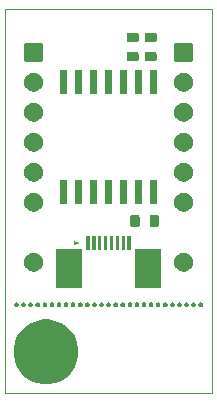
<source format=gts>
G04 #@! TF.GenerationSoftware,KiCad,Pcbnew,(5.1.5-0-10_14)*
G04 #@! TF.CreationDate,2020-04-13T12:38:15+03:00*
G04 #@! TF.ProjectId,npa700-breakout-b1,6e706137-3030-42d6-9272-65616b6f7574,rev?*
G04 #@! TF.SameCoordinates,Original*
G04 #@! TF.FileFunction,Soldermask,Top*
G04 #@! TF.FilePolarity,Negative*
%FSLAX46Y46*%
G04 Gerber Fmt 4.6, Leading zero omitted, Abs format (unit mm)*
G04 Created by KiCad (PCBNEW (5.1.5-0-10_14)) date 2020-04-13 12:38:15*
%MOMM*%
%LPD*%
G04 APERTURE LIST*
%ADD10C,0.010000*%
%ADD11C,0.100000*%
G04 APERTURE END LIST*
D10*
X83250001Y-111000000D02*
X83250000Y-78490000D01*
X100750000Y-78490000D02*
X100749999Y-111000000D01*
X100750000Y-78490000D02*
X83250000Y-78490000D01*
X100749999Y-111000000D02*
X83250001Y-111000000D01*
D11*
G36*
X87502144Y-104845680D02*
G01*
X88002612Y-105052981D01*
X88210805Y-105192091D01*
X88453023Y-105353936D01*
X88836064Y-105736977D01*
X88836065Y-105736979D01*
X89137019Y-106187388D01*
X89344320Y-106687856D01*
X89450000Y-107219147D01*
X89450000Y-107760853D01*
X89344320Y-108292144D01*
X89137019Y-108792612D01*
X89137018Y-108792613D01*
X88836064Y-109243023D01*
X88453023Y-109626064D01*
X88391925Y-109666888D01*
X88002612Y-109927019D01*
X87502144Y-110134320D01*
X86970853Y-110240000D01*
X86429147Y-110240000D01*
X85897856Y-110134320D01*
X85397388Y-109927019D01*
X85008075Y-109666888D01*
X84946977Y-109626064D01*
X84563936Y-109243023D01*
X84262982Y-108792613D01*
X84262981Y-108792612D01*
X84055680Y-108292144D01*
X83950000Y-107760853D01*
X83950000Y-107219147D01*
X84055680Y-106687856D01*
X84262981Y-106187388D01*
X84563935Y-105736979D01*
X84563936Y-105736977D01*
X84946977Y-105353936D01*
X85189195Y-105192091D01*
X85397388Y-105052981D01*
X85897856Y-104845680D01*
X86429147Y-104740000D01*
X86970853Y-104740000D01*
X87502144Y-104845680D01*
G37*
G36*
X94458338Y-103307685D02*
G01*
X94494736Y-103322762D01*
X94527488Y-103344646D01*
X94527490Y-103344648D01*
X94527493Y-103344650D01*
X94555350Y-103372507D01*
X94555352Y-103372510D01*
X94555354Y-103372512D01*
X94577238Y-103405264D01*
X94592315Y-103441662D01*
X94600000Y-103480300D01*
X94600000Y-103519700D01*
X94592315Y-103558338D01*
X94577238Y-103594736D01*
X94555354Y-103627488D01*
X94555352Y-103627490D01*
X94555350Y-103627493D01*
X94527493Y-103655350D01*
X94527490Y-103655352D01*
X94527488Y-103655354D01*
X94494736Y-103677238D01*
X94458338Y-103692315D01*
X94419700Y-103700000D01*
X94380300Y-103700000D01*
X94341662Y-103692315D01*
X94305264Y-103677238D01*
X94272512Y-103655354D01*
X94272510Y-103655352D01*
X94272507Y-103655350D01*
X94244650Y-103627493D01*
X94244648Y-103627490D01*
X94244646Y-103627488D01*
X94222762Y-103594736D01*
X94207685Y-103558338D01*
X94200000Y-103519700D01*
X94200000Y-103480300D01*
X94207685Y-103441662D01*
X94222762Y-103405264D01*
X94244646Y-103372512D01*
X94244648Y-103372510D01*
X94244650Y-103372507D01*
X94272507Y-103344650D01*
X94272510Y-103344648D01*
X94272512Y-103344646D01*
X94305264Y-103322762D01*
X94341662Y-103307685D01*
X94380300Y-103300000D01*
X94419700Y-103300000D01*
X94458338Y-103307685D01*
G37*
G36*
X93858338Y-103307685D02*
G01*
X93894736Y-103322762D01*
X93927488Y-103344646D01*
X93927490Y-103344648D01*
X93927493Y-103344650D01*
X93955350Y-103372507D01*
X93955352Y-103372510D01*
X93955354Y-103372512D01*
X93977238Y-103405264D01*
X93992315Y-103441662D01*
X94000000Y-103480300D01*
X94000000Y-103519700D01*
X93992315Y-103558338D01*
X93977238Y-103594736D01*
X93955354Y-103627488D01*
X93955352Y-103627490D01*
X93955350Y-103627493D01*
X93927493Y-103655350D01*
X93927490Y-103655352D01*
X93927488Y-103655354D01*
X93894736Y-103677238D01*
X93858338Y-103692315D01*
X93819700Y-103700000D01*
X93780300Y-103700000D01*
X93741662Y-103692315D01*
X93705264Y-103677238D01*
X93672512Y-103655354D01*
X93672510Y-103655352D01*
X93672507Y-103655350D01*
X93644650Y-103627493D01*
X93644648Y-103627490D01*
X93644646Y-103627488D01*
X93622762Y-103594736D01*
X93607685Y-103558338D01*
X93600000Y-103519700D01*
X93600000Y-103480300D01*
X93607685Y-103441662D01*
X93622762Y-103405264D01*
X93644646Y-103372512D01*
X93644648Y-103372510D01*
X93644650Y-103372507D01*
X93672507Y-103344650D01*
X93672510Y-103344648D01*
X93672512Y-103344646D01*
X93705264Y-103322762D01*
X93741662Y-103307685D01*
X93780300Y-103300000D01*
X93819700Y-103300000D01*
X93858338Y-103307685D01*
G37*
G36*
X93258338Y-103307685D02*
G01*
X93294736Y-103322762D01*
X93327488Y-103344646D01*
X93327490Y-103344648D01*
X93327493Y-103344650D01*
X93355350Y-103372507D01*
X93355352Y-103372510D01*
X93355354Y-103372512D01*
X93377238Y-103405264D01*
X93392315Y-103441662D01*
X93400000Y-103480300D01*
X93400000Y-103519700D01*
X93392315Y-103558338D01*
X93377238Y-103594736D01*
X93355354Y-103627488D01*
X93355352Y-103627490D01*
X93355350Y-103627493D01*
X93327493Y-103655350D01*
X93327490Y-103655352D01*
X93327488Y-103655354D01*
X93294736Y-103677238D01*
X93258338Y-103692315D01*
X93219700Y-103700000D01*
X93180300Y-103700000D01*
X93141662Y-103692315D01*
X93105264Y-103677238D01*
X93072512Y-103655354D01*
X93072510Y-103655352D01*
X93072507Y-103655350D01*
X93044650Y-103627493D01*
X93044648Y-103627490D01*
X93044646Y-103627488D01*
X93022762Y-103594736D01*
X93007685Y-103558338D01*
X93000000Y-103519700D01*
X93000000Y-103480300D01*
X93007685Y-103441662D01*
X93022762Y-103405264D01*
X93044646Y-103372512D01*
X93044648Y-103372510D01*
X93044650Y-103372507D01*
X93072507Y-103344650D01*
X93072510Y-103344648D01*
X93072512Y-103344646D01*
X93105264Y-103322762D01*
X93141662Y-103307685D01*
X93180300Y-103300000D01*
X93219700Y-103300000D01*
X93258338Y-103307685D01*
G37*
G36*
X92658338Y-103307685D02*
G01*
X92694736Y-103322762D01*
X92727488Y-103344646D01*
X92727490Y-103344648D01*
X92727493Y-103344650D01*
X92755350Y-103372507D01*
X92755352Y-103372510D01*
X92755354Y-103372512D01*
X92777238Y-103405264D01*
X92792315Y-103441662D01*
X92800000Y-103480300D01*
X92800000Y-103519700D01*
X92792315Y-103558338D01*
X92777238Y-103594736D01*
X92755354Y-103627488D01*
X92755352Y-103627490D01*
X92755350Y-103627493D01*
X92727493Y-103655350D01*
X92727490Y-103655352D01*
X92727488Y-103655354D01*
X92694736Y-103677238D01*
X92658338Y-103692315D01*
X92619700Y-103700000D01*
X92580300Y-103700000D01*
X92541662Y-103692315D01*
X92505264Y-103677238D01*
X92472512Y-103655354D01*
X92472510Y-103655352D01*
X92472507Y-103655350D01*
X92444650Y-103627493D01*
X92444648Y-103627490D01*
X92444646Y-103627488D01*
X92422762Y-103594736D01*
X92407685Y-103558338D01*
X92400000Y-103519700D01*
X92400000Y-103480300D01*
X92407685Y-103441662D01*
X92422762Y-103405264D01*
X92444646Y-103372512D01*
X92444648Y-103372510D01*
X92444650Y-103372507D01*
X92472507Y-103344650D01*
X92472510Y-103344648D01*
X92472512Y-103344646D01*
X92505264Y-103322762D01*
X92541662Y-103307685D01*
X92580300Y-103300000D01*
X92619700Y-103300000D01*
X92658338Y-103307685D01*
G37*
G36*
X92058338Y-103307685D02*
G01*
X92094736Y-103322762D01*
X92127488Y-103344646D01*
X92127490Y-103344648D01*
X92127493Y-103344650D01*
X92155350Y-103372507D01*
X92155352Y-103372510D01*
X92155354Y-103372512D01*
X92177238Y-103405264D01*
X92192315Y-103441662D01*
X92200000Y-103480300D01*
X92200000Y-103519700D01*
X92192315Y-103558338D01*
X92177238Y-103594736D01*
X92155354Y-103627488D01*
X92155352Y-103627490D01*
X92155350Y-103627493D01*
X92127493Y-103655350D01*
X92127490Y-103655352D01*
X92127488Y-103655354D01*
X92094736Y-103677238D01*
X92058338Y-103692315D01*
X92019700Y-103700000D01*
X91980300Y-103700000D01*
X91941662Y-103692315D01*
X91905264Y-103677238D01*
X91872512Y-103655354D01*
X91872510Y-103655352D01*
X91872507Y-103655350D01*
X91844650Y-103627493D01*
X91844648Y-103627490D01*
X91844646Y-103627488D01*
X91822762Y-103594736D01*
X91807685Y-103558338D01*
X91800000Y-103519700D01*
X91800000Y-103480300D01*
X91807685Y-103441662D01*
X91822762Y-103405264D01*
X91844646Y-103372512D01*
X91844648Y-103372510D01*
X91844650Y-103372507D01*
X91872507Y-103344650D01*
X91872510Y-103344648D01*
X91872512Y-103344646D01*
X91905264Y-103322762D01*
X91941662Y-103307685D01*
X91980300Y-103300000D01*
X92019700Y-103300000D01*
X92058338Y-103307685D01*
G37*
G36*
X91458338Y-103307685D02*
G01*
X91494736Y-103322762D01*
X91527488Y-103344646D01*
X91527490Y-103344648D01*
X91527493Y-103344650D01*
X91555350Y-103372507D01*
X91555352Y-103372510D01*
X91555354Y-103372512D01*
X91577238Y-103405264D01*
X91592315Y-103441662D01*
X91600000Y-103480300D01*
X91600000Y-103519700D01*
X91592315Y-103558338D01*
X91577238Y-103594736D01*
X91555354Y-103627488D01*
X91555352Y-103627490D01*
X91555350Y-103627493D01*
X91527493Y-103655350D01*
X91527490Y-103655352D01*
X91527488Y-103655354D01*
X91494736Y-103677238D01*
X91458338Y-103692315D01*
X91419700Y-103700000D01*
X91380300Y-103700000D01*
X91341662Y-103692315D01*
X91305264Y-103677238D01*
X91272512Y-103655354D01*
X91272510Y-103655352D01*
X91272507Y-103655350D01*
X91244650Y-103627493D01*
X91244648Y-103627490D01*
X91244646Y-103627488D01*
X91222762Y-103594736D01*
X91207685Y-103558338D01*
X91200000Y-103519700D01*
X91200000Y-103480300D01*
X91207685Y-103441662D01*
X91222762Y-103405264D01*
X91244646Y-103372512D01*
X91244648Y-103372510D01*
X91244650Y-103372507D01*
X91272507Y-103344650D01*
X91272510Y-103344648D01*
X91272512Y-103344646D01*
X91305264Y-103322762D01*
X91341662Y-103307685D01*
X91380300Y-103300000D01*
X91419700Y-103300000D01*
X91458338Y-103307685D01*
G37*
G36*
X90858338Y-103307685D02*
G01*
X90894736Y-103322762D01*
X90927488Y-103344646D01*
X90927490Y-103344648D01*
X90927493Y-103344650D01*
X90955350Y-103372507D01*
X90955352Y-103372510D01*
X90955354Y-103372512D01*
X90977238Y-103405264D01*
X90992315Y-103441662D01*
X91000000Y-103480300D01*
X91000000Y-103519700D01*
X90992315Y-103558338D01*
X90977238Y-103594736D01*
X90955354Y-103627488D01*
X90955352Y-103627490D01*
X90955350Y-103627493D01*
X90927493Y-103655350D01*
X90927490Y-103655352D01*
X90927488Y-103655354D01*
X90894736Y-103677238D01*
X90858338Y-103692315D01*
X90819700Y-103700000D01*
X90780300Y-103700000D01*
X90741662Y-103692315D01*
X90705264Y-103677238D01*
X90672512Y-103655354D01*
X90672510Y-103655352D01*
X90672507Y-103655350D01*
X90644650Y-103627493D01*
X90644648Y-103627490D01*
X90644646Y-103627488D01*
X90622762Y-103594736D01*
X90607685Y-103558338D01*
X90600000Y-103519700D01*
X90600000Y-103480300D01*
X90607685Y-103441662D01*
X90622762Y-103405264D01*
X90644646Y-103372512D01*
X90644648Y-103372510D01*
X90644650Y-103372507D01*
X90672507Y-103344650D01*
X90672510Y-103344648D01*
X90672512Y-103344646D01*
X90705264Y-103322762D01*
X90741662Y-103307685D01*
X90780300Y-103300000D01*
X90819700Y-103300000D01*
X90858338Y-103307685D01*
G37*
G36*
X90258338Y-103307685D02*
G01*
X90294736Y-103322762D01*
X90327488Y-103344646D01*
X90327490Y-103344648D01*
X90327493Y-103344650D01*
X90355350Y-103372507D01*
X90355352Y-103372510D01*
X90355354Y-103372512D01*
X90377238Y-103405264D01*
X90392315Y-103441662D01*
X90400000Y-103480300D01*
X90400000Y-103519700D01*
X90392315Y-103558338D01*
X90377238Y-103594736D01*
X90355354Y-103627488D01*
X90355352Y-103627490D01*
X90355350Y-103627493D01*
X90327493Y-103655350D01*
X90327490Y-103655352D01*
X90327488Y-103655354D01*
X90294736Y-103677238D01*
X90258338Y-103692315D01*
X90219700Y-103700000D01*
X90180300Y-103700000D01*
X90141662Y-103692315D01*
X90105264Y-103677238D01*
X90072512Y-103655354D01*
X90072510Y-103655352D01*
X90072507Y-103655350D01*
X90044650Y-103627493D01*
X90044648Y-103627490D01*
X90044646Y-103627488D01*
X90022762Y-103594736D01*
X90007685Y-103558338D01*
X90000000Y-103519700D01*
X90000000Y-103480300D01*
X90007685Y-103441662D01*
X90022762Y-103405264D01*
X90044646Y-103372512D01*
X90044648Y-103372510D01*
X90044650Y-103372507D01*
X90072507Y-103344650D01*
X90072510Y-103344648D01*
X90072512Y-103344646D01*
X90105264Y-103322762D01*
X90141662Y-103307685D01*
X90180300Y-103300000D01*
X90219700Y-103300000D01*
X90258338Y-103307685D01*
G37*
G36*
X89658338Y-103307685D02*
G01*
X89694736Y-103322762D01*
X89727488Y-103344646D01*
X89727490Y-103344648D01*
X89727493Y-103344650D01*
X89755350Y-103372507D01*
X89755352Y-103372510D01*
X89755354Y-103372512D01*
X89777238Y-103405264D01*
X89792315Y-103441662D01*
X89800000Y-103480300D01*
X89800000Y-103519700D01*
X89792315Y-103558338D01*
X89777238Y-103594736D01*
X89755354Y-103627488D01*
X89755352Y-103627490D01*
X89755350Y-103627493D01*
X89727493Y-103655350D01*
X89727490Y-103655352D01*
X89727488Y-103655354D01*
X89694736Y-103677238D01*
X89658338Y-103692315D01*
X89619700Y-103700000D01*
X89580300Y-103700000D01*
X89541662Y-103692315D01*
X89505264Y-103677238D01*
X89472512Y-103655354D01*
X89472510Y-103655352D01*
X89472507Y-103655350D01*
X89444650Y-103627493D01*
X89444648Y-103627490D01*
X89444646Y-103627488D01*
X89422762Y-103594736D01*
X89407685Y-103558338D01*
X89400000Y-103519700D01*
X89400000Y-103480300D01*
X89407685Y-103441662D01*
X89422762Y-103405264D01*
X89444646Y-103372512D01*
X89444648Y-103372510D01*
X89444650Y-103372507D01*
X89472507Y-103344650D01*
X89472510Y-103344648D01*
X89472512Y-103344646D01*
X89505264Y-103322762D01*
X89541662Y-103307685D01*
X89580300Y-103300000D01*
X89619700Y-103300000D01*
X89658338Y-103307685D01*
G37*
G36*
X89058338Y-103307685D02*
G01*
X89094736Y-103322762D01*
X89127488Y-103344646D01*
X89127490Y-103344648D01*
X89127493Y-103344650D01*
X89155350Y-103372507D01*
X89155352Y-103372510D01*
X89155354Y-103372512D01*
X89177238Y-103405264D01*
X89192315Y-103441662D01*
X89200000Y-103480300D01*
X89200000Y-103519700D01*
X89192315Y-103558338D01*
X89177238Y-103594736D01*
X89155354Y-103627488D01*
X89155352Y-103627490D01*
X89155350Y-103627493D01*
X89127493Y-103655350D01*
X89127490Y-103655352D01*
X89127488Y-103655354D01*
X89094736Y-103677238D01*
X89058338Y-103692315D01*
X89019700Y-103700000D01*
X88980300Y-103700000D01*
X88941662Y-103692315D01*
X88905264Y-103677238D01*
X88872512Y-103655354D01*
X88872510Y-103655352D01*
X88872507Y-103655350D01*
X88844650Y-103627493D01*
X88844648Y-103627490D01*
X88844646Y-103627488D01*
X88822762Y-103594736D01*
X88807685Y-103558338D01*
X88800000Y-103519700D01*
X88800000Y-103480300D01*
X88807685Y-103441662D01*
X88822762Y-103405264D01*
X88844646Y-103372512D01*
X88844648Y-103372510D01*
X88844650Y-103372507D01*
X88872507Y-103344650D01*
X88872510Y-103344648D01*
X88872512Y-103344646D01*
X88905264Y-103322762D01*
X88941662Y-103307685D01*
X88980300Y-103300000D01*
X89019700Y-103300000D01*
X89058338Y-103307685D01*
G37*
G36*
X88458338Y-103307685D02*
G01*
X88494736Y-103322762D01*
X88527488Y-103344646D01*
X88527490Y-103344648D01*
X88527493Y-103344650D01*
X88555350Y-103372507D01*
X88555352Y-103372510D01*
X88555354Y-103372512D01*
X88577238Y-103405264D01*
X88592315Y-103441662D01*
X88600000Y-103480300D01*
X88600000Y-103519700D01*
X88592315Y-103558338D01*
X88577238Y-103594736D01*
X88555354Y-103627488D01*
X88555352Y-103627490D01*
X88555350Y-103627493D01*
X88527493Y-103655350D01*
X88527490Y-103655352D01*
X88527488Y-103655354D01*
X88494736Y-103677238D01*
X88458338Y-103692315D01*
X88419700Y-103700000D01*
X88380300Y-103700000D01*
X88341662Y-103692315D01*
X88305264Y-103677238D01*
X88272512Y-103655354D01*
X88272510Y-103655352D01*
X88272507Y-103655350D01*
X88244650Y-103627493D01*
X88244648Y-103627490D01*
X88244646Y-103627488D01*
X88222762Y-103594736D01*
X88207685Y-103558338D01*
X88200000Y-103519700D01*
X88200000Y-103480300D01*
X88207685Y-103441662D01*
X88222762Y-103405264D01*
X88244646Y-103372512D01*
X88244648Y-103372510D01*
X88244650Y-103372507D01*
X88272507Y-103344650D01*
X88272510Y-103344648D01*
X88272512Y-103344646D01*
X88305264Y-103322762D01*
X88341662Y-103307685D01*
X88380300Y-103300000D01*
X88419700Y-103300000D01*
X88458338Y-103307685D01*
G37*
G36*
X87858338Y-103307685D02*
G01*
X87894736Y-103322762D01*
X87927488Y-103344646D01*
X87927490Y-103344648D01*
X87927493Y-103344650D01*
X87955350Y-103372507D01*
X87955352Y-103372510D01*
X87955354Y-103372512D01*
X87977238Y-103405264D01*
X87992315Y-103441662D01*
X88000000Y-103480300D01*
X88000000Y-103519700D01*
X87992315Y-103558338D01*
X87977238Y-103594736D01*
X87955354Y-103627488D01*
X87955352Y-103627490D01*
X87955350Y-103627493D01*
X87927493Y-103655350D01*
X87927490Y-103655352D01*
X87927488Y-103655354D01*
X87894736Y-103677238D01*
X87858338Y-103692315D01*
X87819700Y-103700000D01*
X87780300Y-103700000D01*
X87741662Y-103692315D01*
X87705264Y-103677238D01*
X87672512Y-103655354D01*
X87672510Y-103655352D01*
X87672507Y-103655350D01*
X87644650Y-103627493D01*
X87644648Y-103627490D01*
X87644646Y-103627488D01*
X87622762Y-103594736D01*
X87607685Y-103558338D01*
X87600000Y-103519700D01*
X87600000Y-103480300D01*
X87607685Y-103441662D01*
X87622762Y-103405264D01*
X87644646Y-103372512D01*
X87644648Y-103372510D01*
X87644650Y-103372507D01*
X87672507Y-103344650D01*
X87672510Y-103344648D01*
X87672512Y-103344646D01*
X87705264Y-103322762D01*
X87741662Y-103307685D01*
X87780300Y-103300000D01*
X87819700Y-103300000D01*
X87858338Y-103307685D01*
G37*
G36*
X87258338Y-103307685D02*
G01*
X87294736Y-103322762D01*
X87327488Y-103344646D01*
X87327490Y-103344648D01*
X87327493Y-103344650D01*
X87355350Y-103372507D01*
X87355352Y-103372510D01*
X87355354Y-103372512D01*
X87377238Y-103405264D01*
X87392315Y-103441662D01*
X87400000Y-103480300D01*
X87400000Y-103519700D01*
X87392315Y-103558338D01*
X87377238Y-103594736D01*
X87355354Y-103627488D01*
X87355352Y-103627490D01*
X87355350Y-103627493D01*
X87327493Y-103655350D01*
X87327490Y-103655352D01*
X87327488Y-103655354D01*
X87294736Y-103677238D01*
X87258338Y-103692315D01*
X87219700Y-103700000D01*
X87180300Y-103700000D01*
X87141662Y-103692315D01*
X87105264Y-103677238D01*
X87072512Y-103655354D01*
X87072510Y-103655352D01*
X87072507Y-103655350D01*
X87044650Y-103627493D01*
X87044648Y-103627490D01*
X87044646Y-103627488D01*
X87022762Y-103594736D01*
X87007685Y-103558338D01*
X87000000Y-103519700D01*
X87000000Y-103480300D01*
X87007685Y-103441662D01*
X87022762Y-103405264D01*
X87044646Y-103372512D01*
X87044648Y-103372510D01*
X87044650Y-103372507D01*
X87072507Y-103344650D01*
X87072510Y-103344648D01*
X87072512Y-103344646D01*
X87105264Y-103322762D01*
X87141662Y-103307685D01*
X87180300Y-103300000D01*
X87219700Y-103300000D01*
X87258338Y-103307685D01*
G37*
G36*
X86658338Y-103307685D02*
G01*
X86694736Y-103322762D01*
X86727488Y-103344646D01*
X86727490Y-103344648D01*
X86727493Y-103344650D01*
X86755350Y-103372507D01*
X86755352Y-103372510D01*
X86755354Y-103372512D01*
X86777238Y-103405264D01*
X86792315Y-103441662D01*
X86800000Y-103480300D01*
X86800000Y-103519700D01*
X86792315Y-103558338D01*
X86777238Y-103594736D01*
X86755354Y-103627488D01*
X86755352Y-103627490D01*
X86755350Y-103627493D01*
X86727493Y-103655350D01*
X86727490Y-103655352D01*
X86727488Y-103655354D01*
X86694736Y-103677238D01*
X86658338Y-103692315D01*
X86619700Y-103700000D01*
X86580300Y-103700000D01*
X86541662Y-103692315D01*
X86505264Y-103677238D01*
X86472512Y-103655354D01*
X86472510Y-103655352D01*
X86472507Y-103655350D01*
X86444650Y-103627493D01*
X86444648Y-103627490D01*
X86444646Y-103627488D01*
X86422762Y-103594736D01*
X86407685Y-103558338D01*
X86400000Y-103519700D01*
X86400000Y-103480300D01*
X86407685Y-103441662D01*
X86422762Y-103405264D01*
X86444646Y-103372512D01*
X86444648Y-103372510D01*
X86444650Y-103372507D01*
X86472507Y-103344650D01*
X86472510Y-103344648D01*
X86472512Y-103344646D01*
X86505264Y-103322762D01*
X86541662Y-103307685D01*
X86580300Y-103300000D01*
X86619700Y-103300000D01*
X86658338Y-103307685D01*
G37*
G36*
X86058338Y-103307685D02*
G01*
X86094736Y-103322762D01*
X86127488Y-103344646D01*
X86127490Y-103344648D01*
X86127493Y-103344650D01*
X86155350Y-103372507D01*
X86155352Y-103372510D01*
X86155354Y-103372512D01*
X86177238Y-103405264D01*
X86192315Y-103441662D01*
X86200000Y-103480300D01*
X86200000Y-103519700D01*
X86192315Y-103558338D01*
X86177238Y-103594736D01*
X86155354Y-103627488D01*
X86155352Y-103627490D01*
X86155350Y-103627493D01*
X86127493Y-103655350D01*
X86127490Y-103655352D01*
X86127488Y-103655354D01*
X86094736Y-103677238D01*
X86058338Y-103692315D01*
X86019700Y-103700000D01*
X85980300Y-103700000D01*
X85941662Y-103692315D01*
X85905264Y-103677238D01*
X85872512Y-103655354D01*
X85872510Y-103655352D01*
X85872507Y-103655350D01*
X85844650Y-103627493D01*
X85844648Y-103627490D01*
X85844646Y-103627488D01*
X85822762Y-103594736D01*
X85807685Y-103558338D01*
X85800000Y-103519700D01*
X85800000Y-103480300D01*
X85807685Y-103441662D01*
X85822762Y-103405264D01*
X85844646Y-103372512D01*
X85844648Y-103372510D01*
X85844650Y-103372507D01*
X85872507Y-103344650D01*
X85872510Y-103344648D01*
X85872512Y-103344646D01*
X85905264Y-103322762D01*
X85941662Y-103307685D01*
X85980300Y-103300000D01*
X86019700Y-103300000D01*
X86058338Y-103307685D01*
G37*
G36*
X85458338Y-103307685D02*
G01*
X85494736Y-103322762D01*
X85527488Y-103344646D01*
X85527490Y-103344648D01*
X85527493Y-103344650D01*
X85555350Y-103372507D01*
X85555352Y-103372510D01*
X85555354Y-103372512D01*
X85577238Y-103405264D01*
X85592315Y-103441662D01*
X85600000Y-103480300D01*
X85600000Y-103519700D01*
X85592315Y-103558338D01*
X85577238Y-103594736D01*
X85555354Y-103627488D01*
X85555352Y-103627490D01*
X85555350Y-103627493D01*
X85527493Y-103655350D01*
X85527490Y-103655352D01*
X85527488Y-103655354D01*
X85494736Y-103677238D01*
X85458338Y-103692315D01*
X85419700Y-103700000D01*
X85380300Y-103700000D01*
X85341662Y-103692315D01*
X85305264Y-103677238D01*
X85272512Y-103655354D01*
X85272510Y-103655352D01*
X85272507Y-103655350D01*
X85244650Y-103627493D01*
X85244648Y-103627490D01*
X85244646Y-103627488D01*
X85222762Y-103594736D01*
X85207685Y-103558338D01*
X85200000Y-103519700D01*
X85200000Y-103480300D01*
X85207685Y-103441662D01*
X85222762Y-103405264D01*
X85244646Y-103372512D01*
X85244648Y-103372510D01*
X85244650Y-103372507D01*
X85272507Y-103344650D01*
X85272510Y-103344648D01*
X85272512Y-103344646D01*
X85305264Y-103322762D01*
X85341662Y-103307685D01*
X85380300Y-103300000D01*
X85419700Y-103300000D01*
X85458338Y-103307685D01*
G37*
G36*
X84858338Y-103307685D02*
G01*
X84894736Y-103322762D01*
X84927488Y-103344646D01*
X84927490Y-103344648D01*
X84927493Y-103344650D01*
X84955350Y-103372507D01*
X84955352Y-103372510D01*
X84955354Y-103372512D01*
X84977238Y-103405264D01*
X84992315Y-103441662D01*
X85000000Y-103480300D01*
X85000000Y-103519700D01*
X84992315Y-103558338D01*
X84977238Y-103594736D01*
X84955354Y-103627488D01*
X84955352Y-103627490D01*
X84955350Y-103627493D01*
X84927493Y-103655350D01*
X84927490Y-103655352D01*
X84927488Y-103655354D01*
X84894736Y-103677238D01*
X84858338Y-103692315D01*
X84819700Y-103700000D01*
X84780300Y-103700000D01*
X84741662Y-103692315D01*
X84705264Y-103677238D01*
X84672512Y-103655354D01*
X84672510Y-103655352D01*
X84672507Y-103655350D01*
X84644650Y-103627493D01*
X84644648Y-103627490D01*
X84644646Y-103627488D01*
X84622762Y-103594736D01*
X84607685Y-103558338D01*
X84600000Y-103519700D01*
X84600000Y-103480300D01*
X84607685Y-103441662D01*
X84622762Y-103405264D01*
X84644646Y-103372512D01*
X84644648Y-103372510D01*
X84644650Y-103372507D01*
X84672507Y-103344650D01*
X84672510Y-103344648D01*
X84672512Y-103344646D01*
X84705264Y-103322762D01*
X84741662Y-103307685D01*
X84780300Y-103300000D01*
X84819700Y-103300000D01*
X84858338Y-103307685D01*
G37*
G36*
X84258338Y-103307685D02*
G01*
X84294736Y-103322762D01*
X84327488Y-103344646D01*
X84327490Y-103344648D01*
X84327493Y-103344650D01*
X84355350Y-103372507D01*
X84355352Y-103372510D01*
X84355354Y-103372512D01*
X84377238Y-103405264D01*
X84392315Y-103441662D01*
X84400000Y-103480300D01*
X84400000Y-103519700D01*
X84392315Y-103558338D01*
X84377238Y-103594736D01*
X84355354Y-103627488D01*
X84355352Y-103627490D01*
X84355350Y-103627493D01*
X84327493Y-103655350D01*
X84327490Y-103655352D01*
X84327488Y-103655354D01*
X84294736Y-103677238D01*
X84258338Y-103692315D01*
X84219700Y-103700000D01*
X84180300Y-103700000D01*
X84141662Y-103692315D01*
X84105264Y-103677238D01*
X84072512Y-103655354D01*
X84072510Y-103655352D01*
X84072507Y-103655350D01*
X84044650Y-103627493D01*
X84044648Y-103627490D01*
X84044646Y-103627488D01*
X84022762Y-103594736D01*
X84007685Y-103558338D01*
X84000000Y-103519700D01*
X84000000Y-103480300D01*
X84007685Y-103441662D01*
X84022762Y-103405264D01*
X84044646Y-103372512D01*
X84044648Y-103372510D01*
X84044650Y-103372507D01*
X84072507Y-103344650D01*
X84072510Y-103344648D01*
X84072512Y-103344646D01*
X84105264Y-103322762D01*
X84141662Y-103307685D01*
X84180300Y-103300000D01*
X84219700Y-103300000D01*
X84258338Y-103307685D01*
G37*
G36*
X95058338Y-103307685D02*
G01*
X95094736Y-103322762D01*
X95127488Y-103344646D01*
X95127490Y-103344648D01*
X95127493Y-103344650D01*
X95155350Y-103372507D01*
X95155352Y-103372510D01*
X95155354Y-103372512D01*
X95177238Y-103405264D01*
X95192315Y-103441662D01*
X95200000Y-103480300D01*
X95200000Y-103519700D01*
X95192315Y-103558338D01*
X95177238Y-103594736D01*
X95155354Y-103627488D01*
X95155352Y-103627490D01*
X95155350Y-103627493D01*
X95127493Y-103655350D01*
X95127490Y-103655352D01*
X95127488Y-103655354D01*
X95094736Y-103677238D01*
X95058338Y-103692315D01*
X95019700Y-103700000D01*
X94980300Y-103700000D01*
X94941662Y-103692315D01*
X94905264Y-103677238D01*
X94872512Y-103655354D01*
X94872510Y-103655352D01*
X94872507Y-103655350D01*
X94844650Y-103627493D01*
X94844648Y-103627490D01*
X94844646Y-103627488D01*
X94822762Y-103594736D01*
X94807685Y-103558338D01*
X94800000Y-103519700D01*
X94800000Y-103480300D01*
X94807685Y-103441662D01*
X94822762Y-103405264D01*
X94844646Y-103372512D01*
X94844648Y-103372510D01*
X94844650Y-103372507D01*
X94872507Y-103344650D01*
X94872510Y-103344648D01*
X94872512Y-103344646D01*
X94905264Y-103322762D01*
X94941662Y-103307685D01*
X94980300Y-103300000D01*
X95019700Y-103300000D01*
X95058338Y-103307685D01*
G37*
G36*
X95658338Y-103307685D02*
G01*
X95694736Y-103322762D01*
X95727488Y-103344646D01*
X95727490Y-103344648D01*
X95727493Y-103344650D01*
X95755350Y-103372507D01*
X95755352Y-103372510D01*
X95755354Y-103372512D01*
X95777238Y-103405264D01*
X95792315Y-103441662D01*
X95800000Y-103480300D01*
X95800000Y-103519700D01*
X95792315Y-103558338D01*
X95777238Y-103594736D01*
X95755354Y-103627488D01*
X95755352Y-103627490D01*
X95755350Y-103627493D01*
X95727493Y-103655350D01*
X95727490Y-103655352D01*
X95727488Y-103655354D01*
X95694736Y-103677238D01*
X95658338Y-103692315D01*
X95619700Y-103700000D01*
X95580300Y-103700000D01*
X95541662Y-103692315D01*
X95505264Y-103677238D01*
X95472512Y-103655354D01*
X95472510Y-103655352D01*
X95472507Y-103655350D01*
X95444650Y-103627493D01*
X95444648Y-103627490D01*
X95444646Y-103627488D01*
X95422762Y-103594736D01*
X95407685Y-103558338D01*
X95400000Y-103519700D01*
X95400000Y-103480300D01*
X95407685Y-103441662D01*
X95422762Y-103405264D01*
X95444646Y-103372512D01*
X95444648Y-103372510D01*
X95444650Y-103372507D01*
X95472507Y-103344650D01*
X95472510Y-103344648D01*
X95472512Y-103344646D01*
X95505264Y-103322762D01*
X95541662Y-103307685D01*
X95580300Y-103300000D01*
X95619700Y-103300000D01*
X95658338Y-103307685D01*
G37*
G36*
X99858338Y-103307685D02*
G01*
X99894736Y-103322762D01*
X99927488Y-103344646D01*
X99927490Y-103344648D01*
X99927493Y-103344650D01*
X99955350Y-103372507D01*
X99955352Y-103372510D01*
X99955354Y-103372512D01*
X99977238Y-103405264D01*
X99992315Y-103441662D01*
X100000000Y-103480300D01*
X100000000Y-103519700D01*
X99992315Y-103558338D01*
X99977238Y-103594736D01*
X99955354Y-103627488D01*
X99955352Y-103627490D01*
X99955350Y-103627493D01*
X99927493Y-103655350D01*
X99927490Y-103655352D01*
X99927488Y-103655354D01*
X99894736Y-103677238D01*
X99858338Y-103692315D01*
X99819700Y-103700000D01*
X99780300Y-103700000D01*
X99741662Y-103692315D01*
X99705264Y-103677238D01*
X99672512Y-103655354D01*
X99672510Y-103655352D01*
X99672507Y-103655350D01*
X99644650Y-103627493D01*
X99644648Y-103627490D01*
X99644646Y-103627488D01*
X99622762Y-103594736D01*
X99607685Y-103558338D01*
X99600000Y-103519700D01*
X99600000Y-103480300D01*
X99607685Y-103441662D01*
X99622762Y-103405264D01*
X99644646Y-103372512D01*
X99644648Y-103372510D01*
X99644650Y-103372507D01*
X99672507Y-103344650D01*
X99672510Y-103344648D01*
X99672512Y-103344646D01*
X99705264Y-103322762D01*
X99741662Y-103307685D01*
X99780300Y-103300000D01*
X99819700Y-103300000D01*
X99858338Y-103307685D01*
G37*
G36*
X96258338Y-103307685D02*
G01*
X96294736Y-103322762D01*
X96327488Y-103344646D01*
X96327490Y-103344648D01*
X96327493Y-103344650D01*
X96355350Y-103372507D01*
X96355352Y-103372510D01*
X96355354Y-103372512D01*
X96377238Y-103405264D01*
X96392315Y-103441662D01*
X96400000Y-103480300D01*
X96400000Y-103519700D01*
X96392315Y-103558338D01*
X96377238Y-103594736D01*
X96355354Y-103627488D01*
X96355352Y-103627490D01*
X96355350Y-103627493D01*
X96327493Y-103655350D01*
X96327490Y-103655352D01*
X96327488Y-103655354D01*
X96294736Y-103677238D01*
X96258338Y-103692315D01*
X96219700Y-103700000D01*
X96180300Y-103700000D01*
X96141662Y-103692315D01*
X96105264Y-103677238D01*
X96072512Y-103655354D01*
X96072510Y-103655352D01*
X96072507Y-103655350D01*
X96044650Y-103627493D01*
X96044648Y-103627490D01*
X96044646Y-103627488D01*
X96022762Y-103594736D01*
X96007685Y-103558338D01*
X96000000Y-103519700D01*
X96000000Y-103480300D01*
X96007685Y-103441662D01*
X96022762Y-103405264D01*
X96044646Y-103372512D01*
X96044648Y-103372510D01*
X96044650Y-103372507D01*
X96072507Y-103344650D01*
X96072510Y-103344648D01*
X96072512Y-103344646D01*
X96105264Y-103322762D01*
X96141662Y-103307685D01*
X96180300Y-103300000D01*
X96219700Y-103300000D01*
X96258338Y-103307685D01*
G37*
G36*
X96858338Y-103307685D02*
G01*
X96894736Y-103322762D01*
X96927488Y-103344646D01*
X96927490Y-103344648D01*
X96927493Y-103344650D01*
X96955350Y-103372507D01*
X96955352Y-103372510D01*
X96955354Y-103372512D01*
X96977238Y-103405264D01*
X96992315Y-103441662D01*
X97000000Y-103480300D01*
X97000000Y-103519700D01*
X96992315Y-103558338D01*
X96977238Y-103594736D01*
X96955354Y-103627488D01*
X96955352Y-103627490D01*
X96955350Y-103627493D01*
X96927493Y-103655350D01*
X96927490Y-103655352D01*
X96927488Y-103655354D01*
X96894736Y-103677238D01*
X96858338Y-103692315D01*
X96819700Y-103700000D01*
X96780300Y-103700000D01*
X96741662Y-103692315D01*
X96705264Y-103677238D01*
X96672512Y-103655354D01*
X96672510Y-103655352D01*
X96672507Y-103655350D01*
X96644650Y-103627493D01*
X96644648Y-103627490D01*
X96644646Y-103627488D01*
X96622762Y-103594736D01*
X96607685Y-103558338D01*
X96600000Y-103519700D01*
X96600000Y-103480300D01*
X96607685Y-103441662D01*
X96622762Y-103405264D01*
X96644646Y-103372512D01*
X96644648Y-103372510D01*
X96644650Y-103372507D01*
X96672507Y-103344650D01*
X96672510Y-103344648D01*
X96672512Y-103344646D01*
X96705264Y-103322762D01*
X96741662Y-103307685D01*
X96780300Y-103300000D01*
X96819700Y-103300000D01*
X96858338Y-103307685D01*
G37*
G36*
X98658338Y-103307685D02*
G01*
X98694736Y-103322762D01*
X98727488Y-103344646D01*
X98727490Y-103344648D01*
X98727493Y-103344650D01*
X98755350Y-103372507D01*
X98755352Y-103372510D01*
X98755354Y-103372512D01*
X98777238Y-103405264D01*
X98792315Y-103441662D01*
X98800000Y-103480300D01*
X98800000Y-103519700D01*
X98792315Y-103558338D01*
X98777238Y-103594736D01*
X98755354Y-103627488D01*
X98755352Y-103627490D01*
X98755350Y-103627493D01*
X98727493Y-103655350D01*
X98727490Y-103655352D01*
X98727488Y-103655354D01*
X98694736Y-103677238D01*
X98658338Y-103692315D01*
X98619700Y-103700000D01*
X98580300Y-103700000D01*
X98541662Y-103692315D01*
X98505264Y-103677238D01*
X98472512Y-103655354D01*
X98472510Y-103655352D01*
X98472507Y-103655350D01*
X98444650Y-103627493D01*
X98444648Y-103627490D01*
X98444646Y-103627488D01*
X98422762Y-103594736D01*
X98407685Y-103558338D01*
X98400000Y-103519700D01*
X98400000Y-103480300D01*
X98407685Y-103441662D01*
X98422762Y-103405264D01*
X98444646Y-103372512D01*
X98444648Y-103372510D01*
X98444650Y-103372507D01*
X98472507Y-103344650D01*
X98472510Y-103344648D01*
X98472512Y-103344646D01*
X98505264Y-103322762D01*
X98541662Y-103307685D01*
X98580300Y-103300000D01*
X98619700Y-103300000D01*
X98658338Y-103307685D01*
G37*
G36*
X97458338Y-103307685D02*
G01*
X97494736Y-103322762D01*
X97527488Y-103344646D01*
X97527490Y-103344648D01*
X97527493Y-103344650D01*
X97555350Y-103372507D01*
X97555352Y-103372510D01*
X97555354Y-103372512D01*
X97577238Y-103405264D01*
X97592315Y-103441662D01*
X97600000Y-103480300D01*
X97600000Y-103519700D01*
X97592315Y-103558338D01*
X97577238Y-103594736D01*
X97555354Y-103627488D01*
X97555352Y-103627490D01*
X97555350Y-103627493D01*
X97527493Y-103655350D01*
X97527490Y-103655352D01*
X97527488Y-103655354D01*
X97494736Y-103677238D01*
X97458338Y-103692315D01*
X97419700Y-103700000D01*
X97380300Y-103700000D01*
X97341662Y-103692315D01*
X97305264Y-103677238D01*
X97272512Y-103655354D01*
X97272510Y-103655352D01*
X97272507Y-103655350D01*
X97244650Y-103627493D01*
X97244648Y-103627490D01*
X97244646Y-103627488D01*
X97222762Y-103594736D01*
X97207685Y-103558338D01*
X97200000Y-103519700D01*
X97200000Y-103480300D01*
X97207685Y-103441662D01*
X97222762Y-103405264D01*
X97244646Y-103372512D01*
X97244648Y-103372510D01*
X97244650Y-103372507D01*
X97272507Y-103344650D01*
X97272510Y-103344648D01*
X97272512Y-103344646D01*
X97305264Y-103322762D01*
X97341662Y-103307685D01*
X97380300Y-103300000D01*
X97419700Y-103300000D01*
X97458338Y-103307685D01*
G37*
G36*
X98058338Y-103307685D02*
G01*
X98094736Y-103322762D01*
X98127488Y-103344646D01*
X98127490Y-103344648D01*
X98127493Y-103344650D01*
X98155350Y-103372507D01*
X98155352Y-103372510D01*
X98155354Y-103372512D01*
X98177238Y-103405264D01*
X98192315Y-103441662D01*
X98200000Y-103480300D01*
X98200000Y-103519700D01*
X98192315Y-103558338D01*
X98177238Y-103594736D01*
X98155354Y-103627488D01*
X98155352Y-103627490D01*
X98155350Y-103627493D01*
X98127493Y-103655350D01*
X98127490Y-103655352D01*
X98127488Y-103655354D01*
X98094736Y-103677238D01*
X98058338Y-103692315D01*
X98019700Y-103700000D01*
X97980300Y-103700000D01*
X97941662Y-103692315D01*
X97905264Y-103677238D01*
X97872512Y-103655354D01*
X97872510Y-103655352D01*
X97872507Y-103655350D01*
X97844650Y-103627493D01*
X97844648Y-103627490D01*
X97844646Y-103627488D01*
X97822762Y-103594736D01*
X97807685Y-103558338D01*
X97800000Y-103519700D01*
X97800000Y-103480300D01*
X97807685Y-103441662D01*
X97822762Y-103405264D01*
X97844646Y-103372512D01*
X97844648Y-103372510D01*
X97844650Y-103372507D01*
X97872507Y-103344650D01*
X97872510Y-103344648D01*
X97872512Y-103344646D01*
X97905264Y-103322762D01*
X97941662Y-103307685D01*
X97980300Y-103300000D01*
X98019700Y-103300000D01*
X98058338Y-103307685D01*
G37*
G36*
X99258338Y-103307685D02*
G01*
X99294736Y-103322762D01*
X99327488Y-103344646D01*
X99327490Y-103344648D01*
X99327493Y-103344650D01*
X99355350Y-103372507D01*
X99355352Y-103372510D01*
X99355354Y-103372512D01*
X99377238Y-103405264D01*
X99392315Y-103441662D01*
X99400000Y-103480300D01*
X99400000Y-103519700D01*
X99392315Y-103558338D01*
X99377238Y-103594736D01*
X99355354Y-103627488D01*
X99355352Y-103627490D01*
X99355350Y-103627493D01*
X99327493Y-103655350D01*
X99327490Y-103655352D01*
X99327488Y-103655354D01*
X99294736Y-103677238D01*
X99258338Y-103692315D01*
X99219700Y-103700000D01*
X99180300Y-103700000D01*
X99141662Y-103692315D01*
X99105264Y-103677238D01*
X99072512Y-103655354D01*
X99072510Y-103655352D01*
X99072507Y-103655350D01*
X99044650Y-103627493D01*
X99044648Y-103627490D01*
X99044646Y-103627488D01*
X99022762Y-103594736D01*
X99007685Y-103558338D01*
X99000000Y-103519700D01*
X99000000Y-103480300D01*
X99007685Y-103441662D01*
X99022762Y-103405264D01*
X99044646Y-103372512D01*
X99044648Y-103372510D01*
X99044650Y-103372507D01*
X99072507Y-103344650D01*
X99072510Y-103344648D01*
X99072512Y-103344646D01*
X99105264Y-103322762D01*
X99141662Y-103307685D01*
X99180300Y-103300000D01*
X99219700Y-103300000D01*
X99258338Y-103307685D01*
G37*
G36*
X96406891Y-98785265D02*
G01*
X96416878Y-98788295D01*
X96426091Y-98793219D01*
X96434160Y-98799840D01*
X96440781Y-98807909D01*
X96445705Y-98817122D01*
X96448735Y-98827109D01*
X96450000Y-98839954D01*
X96450000Y-102028046D01*
X96448735Y-102040891D01*
X96445705Y-102050878D01*
X96440781Y-102060091D01*
X96434160Y-102068160D01*
X96426091Y-102074781D01*
X96416878Y-102079705D01*
X96406891Y-102082735D01*
X96394046Y-102084000D01*
X94305954Y-102084000D01*
X94293109Y-102082735D01*
X94283122Y-102079705D01*
X94273909Y-102074781D01*
X94265840Y-102068160D01*
X94259219Y-102060091D01*
X94254295Y-102050878D01*
X94251265Y-102040891D01*
X94250000Y-102028046D01*
X94250000Y-98839954D01*
X94251265Y-98827109D01*
X94254295Y-98817122D01*
X94259219Y-98807909D01*
X94265840Y-98799840D01*
X94273909Y-98793219D01*
X94283122Y-98788295D01*
X94293109Y-98785265D01*
X94305954Y-98784000D01*
X96394046Y-98784000D01*
X96406891Y-98785265D01*
G37*
G36*
X89706891Y-98785265D02*
G01*
X89716878Y-98788295D01*
X89726091Y-98793219D01*
X89734160Y-98799840D01*
X89740781Y-98807909D01*
X89745705Y-98817122D01*
X89748735Y-98827109D01*
X89750000Y-98839954D01*
X89750000Y-102028046D01*
X89748735Y-102040891D01*
X89745705Y-102050878D01*
X89740781Y-102060091D01*
X89734160Y-102068160D01*
X89726091Y-102074781D01*
X89716878Y-102079705D01*
X89706891Y-102082735D01*
X89694046Y-102084000D01*
X87605954Y-102084000D01*
X87593109Y-102082735D01*
X87583122Y-102079705D01*
X87573909Y-102074781D01*
X87565840Y-102068160D01*
X87559219Y-102060091D01*
X87554295Y-102050878D01*
X87551265Y-102040891D01*
X87550000Y-102028046D01*
X87550000Y-98839954D01*
X87551265Y-98827109D01*
X87554295Y-98817122D01*
X87559219Y-98807909D01*
X87565840Y-98799840D01*
X87573909Y-98793219D01*
X87583122Y-98788295D01*
X87593109Y-98785265D01*
X87605954Y-98784000D01*
X89694046Y-98784000D01*
X89706891Y-98785265D01*
G37*
G36*
X85831832Y-99110495D02*
G01*
X85883351Y-99120743D01*
X85943656Y-99145722D01*
X86028941Y-99181048D01*
X86159969Y-99268598D01*
X86271402Y-99380031D01*
X86358952Y-99511059D01*
X86419257Y-99656650D01*
X86450000Y-99811205D01*
X86450000Y-99968795D01*
X86419257Y-100123350D01*
X86358952Y-100268941D01*
X86271402Y-100399969D01*
X86159969Y-100511402D01*
X86028941Y-100598952D01*
X85943656Y-100634278D01*
X85883351Y-100659257D01*
X85831832Y-100669505D01*
X85728795Y-100690000D01*
X85571205Y-100690000D01*
X85468168Y-100669505D01*
X85416649Y-100659257D01*
X85356344Y-100634278D01*
X85271059Y-100598952D01*
X85140031Y-100511402D01*
X85028598Y-100399969D01*
X84941048Y-100268941D01*
X84880743Y-100123350D01*
X84850000Y-99968795D01*
X84850000Y-99811205D01*
X84880743Y-99656650D01*
X84941048Y-99511059D01*
X85028598Y-99380031D01*
X85140031Y-99268598D01*
X85271059Y-99181048D01*
X85356344Y-99145722D01*
X85416649Y-99120743D01*
X85468168Y-99110495D01*
X85571205Y-99090000D01*
X85728795Y-99090000D01*
X85831832Y-99110495D01*
G37*
G36*
X98531832Y-99110495D02*
G01*
X98583351Y-99120743D01*
X98643656Y-99145722D01*
X98728941Y-99181048D01*
X98859969Y-99268598D01*
X98971402Y-99380031D01*
X99058952Y-99511059D01*
X99119257Y-99656650D01*
X99150000Y-99811205D01*
X99150000Y-99968795D01*
X99119257Y-100123350D01*
X99058952Y-100268941D01*
X98971402Y-100399969D01*
X98859969Y-100511402D01*
X98728941Y-100598952D01*
X98643656Y-100634278D01*
X98583351Y-100659257D01*
X98531832Y-100669505D01*
X98428795Y-100690000D01*
X98271205Y-100690000D01*
X98168168Y-100669505D01*
X98116649Y-100659257D01*
X98056344Y-100634278D01*
X97971059Y-100598952D01*
X97840031Y-100511402D01*
X97728598Y-100399969D01*
X97641048Y-100268941D01*
X97580743Y-100123350D01*
X97550000Y-99968795D01*
X97550000Y-99811205D01*
X97580743Y-99656650D01*
X97641048Y-99511059D01*
X97728598Y-99380031D01*
X97840031Y-99268598D01*
X97971059Y-99181048D01*
X98056344Y-99145722D01*
X98116649Y-99120743D01*
X98168168Y-99110495D01*
X98271205Y-99090000D01*
X98428795Y-99090000D01*
X98531832Y-99110495D01*
G37*
G36*
X90386431Y-97664560D02*
G01*
X90389537Y-97665502D01*
X90392398Y-97667031D01*
X90394908Y-97669092D01*
X90396969Y-97671602D01*
X90398498Y-97674463D01*
X90399440Y-97677569D01*
X90400000Y-97683256D01*
X90400000Y-98844744D01*
X90399440Y-98850431D01*
X90398498Y-98853537D01*
X90396969Y-98856398D01*
X90394908Y-98858908D01*
X90392398Y-98860969D01*
X90389537Y-98862498D01*
X90386431Y-98863440D01*
X90380744Y-98864000D01*
X90119256Y-98864000D01*
X90113569Y-98863440D01*
X90110463Y-98862498D01*
X90107602Y-98860969D01*
X90105092Y-98858908D01*
X90103031Y-98856398D01*
X90101502Y-98853537D01*
X90100560Y-98850431D01*
X90100000Y-98844744D01*
X90100000Y-97683256D01*
X90100560Y-97677569D01*
X90101502Y-97674463D01*
X90103031Y-97671602D01*
X90105092Y-97669092D01*
X90107602Y-97667031D01*
X90110463Y-97665502D01*
X90113569Y-97664560D01*
X90119256Y-97664000D01*
X90380744Y-97664000D01*
X90386431Y-97664560D01*
G37*
G36*
X90886431Y-97664560D02*
G01*
X90889537Y-97665502D01*
X90892398Y-97667031D01*
X90894908Y-97669092D01*
X90896969Y-97671602D01*
X90898498Y-97674463D01*
X90899440Y-97677569D01*
X90900000Y-97683256D01*
X90900000Y-98844744D01*
X90899440Y-98850431D01*
X90898498Y-98853537D01*
X90896969Y-98856398D01*
X90894908Y-98858908D01*
X90892398Y-98860969D01*
X90889537Y-98862498D01*
X90886431Y-98863440D01*
X90880744Y-98864000D01*
X90619256Y-98864000D01*
X90613569Y-98863440D01*
X90610463Y-98862498D01*
X90607602Y-98860969D01*
X90605092Y-98858908D01*
X90603031Y-98856398D01*
X90601502Y-98853537D01*
X90600560Y-98850431D01*
X90600000Y-98844744D01*
X90600000Y-97683256D01*
X90600560Y-97677569D01*
X90601502Y-97674463D01*
X90603031Y-97671602D01*
X90605092Y-97669092D01*
X90607602Y-97667031D01*
X90610463Y-97665502D01*
X90613569Y-97664560D01*
X90619256Y-97664000D01*
X90880744Y-97664000D01*
X90886431Y-97664560D01*
G37*
G36*
X91386431Y-97664560D02*
G01*
X91389537Y-97665502D01*
X91392398Y-97667031D01*
X91394908Y-97669092D01*
X91396969Y-97671602D01*
X91398498Y-97674463D01*
X91399440Y-97677569D01*
X91400000Y-97683256D01*
X91400000Y-98844744D01*
X91399440Y-98850431D01*
X91398498Y-98853537D01*
X91396969Y-98856398D01*
X91394908Y-98858908D01*
X91392398Y-98860969D01*
X91389537Y-98862498D01*
X91386431Y-98863440D01*
X91380744Y-98864000D01*
X91119256Y-98864000D01*
X91113569Y-98863440D01*
X91110463Y-98862498D01*
X91107602Y-98860969D01*
X91105092Y-98858908D01*
X91103031Y-98856398D01*
X91101502Y-98853537D01*
X91100560Y-98850431D01*
X91100000Y-98844744D01*
X91100000Y-97683256D01*
X91100560Y-97677569D01*
X91101502Y-97674463D01*
X91103031Y-97671602D01*
X91105092Y-97669092D01*
X91107602Y-97667031D01*
X91110463Y-97665502D01*
X91113569Y-97664560D01*
X91119256Y-97664000D01*
X91380744Y-97664000D01*
X91386431Y-97664560D01*
G37*
G36*
X91886431Y-97664560D02*
G01*
X91889537Y-97665502D01*
X91892398Y-97667031D01*
X91894908Y-97669092D01*
X91896969Y-97671602D01*
X91898498Y-97674463D01*
X91899440Y-97677569D01*
X91900000Y-97683256D01*
X91900000Y-98844744D01*
X91899440Y-98850431D01*
X91898498Y-98853537D01*
X91896969Y-98856398D01*
X91894908Y-98858908D01*
X91892398Y-98860969D01*
X91889537Y-98862498D01*
X91886431Y-98863440D01*
X91880744Y-98864000D01*
X91619256Y-98864000D01*
X91613569Y-98863440D01*
X91610463Y-98862498D01*
X91607602Y-98860969D01*
X91605092Y-98858908D01*
X91603031Y-98856398D01*
X91601502Y-98853537D01*
X91600560Y-98850431D01*
X91600000Y-98844744D01*
X91600000Y-97683256D01*
X91600560Y-97677569D01*
X91601502Y-97674463D01*
X91603031Y-97671602D01*
X91605092Y-97669092D01*
X91607602Y-97667031D01*
X91610463Y-97665502D01*
X91613569Y-97664560D01*
X91619256Y-97664000D01*
X91880744Y-97664000D01*
X91886431Y-97664560D01*
G37*
G36*
X92386431Y-97664560D02*
G01*
X92389537Y-97665502D01*
X92392398Y-97667031D01*
X92394908Y-97669092D01*
X92396969Y-97671602D01*
X92398498Y-97674463D01*
X92399440Y-97677569D01*
X92400000Y-97683256D01*
X92400000Y-98844744D01*
X92399440Y-98850431D01*
X92398498Y-98853537D01*
X92396969Y-98856398D01*
X92394908Y-98858908D01*
X92392398Y-98860969D01*
X92389537Y-98862498D01*
X92386431Y-98863440D01*
X92380744Y-98864000D01*
X92119256Y-98864000D01*
X92113569Y-98863440D01*
X92110463Y-98862498D01*
X92107602Y-98860969D01*
X92105092Y-98858908D01*
X92103031Y-98856398D01*
X92101502Y-98853537D01*
X92100560Y-98850431D01*
X92100000Y-98844744D01*
X92100000Y-97683256D01*
X92100560Y-97677569D01*
X92101502Y-97674463D01*
X92103031Y-97671602D01*
X92105092Y-97669092D01*
X92107602Y-97667031D01*
X92110463Y-97665502D01*
X92113569Y-97664560D01*
X92119256Y-97664000D01*
X92380744Y-97664000D01*
X92386431Y-97664560D01*
G37*
G36*
X93386431Y-97664560D02*
G01*
X93389537Y-97665502D01*
X93392398Y-97667031D01*
X93394908Y-97669092D01*
X93396969Y-97671602D01*
X93398498Y-97674463D01*
X93399440Y-97677569D01*
X93400000Y-97683256D01*
X93400000Y-98844744D01*
X93399440Y-98850431D01*
X93398498Y-98853537D01*
X93396969Y-98856398D01*
X93394908Y-98858908D01*
X93392398Y-98860969D01*
X93389537Y-98862498D01*
X93386431Y-98863440D01*
X93380744Y-98864000D01*
X93119256Y-98864000D01*
X93113569Y-98863440D01*
X93110463Y-98862498D01*
X93107602Y-98860969D01*
X93105092Y-98858908D01*
X93103031Y-98856398D01*
X93101502Y-98853537D01*
X93100560Y-98850431D01*
X93100000Y-98844744D01*
X93100000Y-97683256D01*
X93100560Y-97677569D01*
X93101502Y-97674463D01*
X93103031Y-97671602D01*
X93105092Y-97669092D01*
X93107602Y-97667031D01*
X93110463Y-97665502D01*
X93113569Y-97664560D01*
X93119256Y-97664000D01*
X93380744Y-97664000D01*
X93386431Y-97664560D01*
G37*
G36*
X93886431Y-97664560D02*
G01*
X93889537Y-97665502D01*
X93892398Y-97667031D01*
X93894908Y-97669092D01*
X93896969Y-97671602D01*
X93898498Y-97674463D01*
X93899440Y-97677569D01*
X93900000Y-97683256D01*
X93900000Y-98844744D01*
X93899440Y-98850431D01*
X93898498Y-98853537D01*
X93896969Y-98856398D01*
X93894908Y-98858908D01*
X93892398Y-98860969D01*
X93889537Y-98862498D01*
X93886431Y-98863440D01*
X93880744Y-98864000D01*
X93619256Y-98864000D01*
X93613569Y-98863440D01*
X93610463Y-98862498D01*
X93607602Y-98860969D01*
X93605092Y-98858908D01*
X93603031Y-98856398D01*
X93601502Y-98853537D01*
X93600560Y-98850431D01*
X93600000Y-98844744D01*
X93600000Y-97683256D01*
X93600560Y-97677569D01*
X93601502Y-97674463D01*
X93603031Y-97671602D01*
X93605092Y-97669092D01*
X93607602Y-97667031D01*
X93610463Y-97665502D01*
X93613569Y-97664560D01*
X93619256Y-97664000D01*
X93880744Y-97664000D01*
X93886431Y-97664560D01*
G37*
G36*
X92886431Y-97664560D02*
G01*
X92889537Y-97665502D01*
X92892398Y-97667031D01*
X92894908Y-97669092D01*
X92896969Y-97671602D01*
X92898498Y-97674463D01*
X92899440Y-97677569D01*
X92900000Y-97683256D01*
X92900000Y-98844744D01*
X92899440Y-98850431D01*
X92898498Y-98853537D01*
X92896969Y-98856398D01*
X92894908Y-98858908D01*
X92892398Y-98860969D01*
X92889537Y-98862498D01*
X92886431Y-98863440D01*
X92880744Y-98864000D01*
X92619256Y-98864000D01*
X92613569Y-98863440D01*
X92610463Y-98862498D01*
X92607602Y-98860969D01*
X92605092Y-98858908D01*
X92603031Y-98856398D01*
X92601502Y-98853537D01*
X92600560Y-98850431D01*
X92600000Y-98844744D01*
X92600000Y-97683256D01*
X92600560Y-97677569D01*
X92601502Y-97674463D01*
X92603031Y-97671602D01*
X92605092Y-97669092D01*
X92607602Y-97667031D01*
X92610463Y-97665502D01*
X92613569Y-97664560D01*
X92619256Y-97664000D01*
X92880744Y-97664000D01*
X92886431Y-97664560D01*
G37*
G36*
X89580000Y-98259000D02*
G01*
X89580000Y-98269000D01*
X89080000Y-98459000D01*
X89080000Y-98069000D01*
X89580000Y-98259000D01*
G37*
G36*
X96116812Y-95893606D02*
G01*
X96149664Y-95903572D01*
X96179937Y-95919753D01*
X96206471Y-95941529D01*
X96228247Y-95968063D01*
X96244428Y-95998336D01*
X96254394Y-96031188D01*
X96258000Y-96067802D01*
X96258000Y-96732198D01*
X96254394Y-96768812D01*
X96244428Y-96801664D01*
X96228247Y-96831937D01*
X96206471Y-96858471D01*
X96179937Y-96880247D01*
X96149664Y-96896428D01*
X96116812Y-96906394D01*
X96080198Y-96910000D01*
X95645802Y-96910000D01*
X95609188Y-96906394D01*
X95576336Y-96896428D01*
X95546063Y-96880247D01*
X95519529Y-96858471D01*
X95497753Y-96831937D01*
X95481572Y-96801664D01*
X95471606Y-96768812D01*
X95468000Y-96732198D01*
X95468000Y-96067802D01*
X95471606Y-96031188D01*
X95481572Y-95998336D01*
X95497753Y-95968063D01*
X95519529Y-95941529D01*
X95546063Y-95919753D01*
X95576336Y-95903572D01*
X95609188Y-95893606D01*
X95645802Y-95890000D01*
X96080198Y-95890000D01*
X96116812Y-95893606D01*
G37*
G36*
X94486812Y-95893606D02*
G01*
X94519664Y-95903572D01*
X94549937Y-95919753D01*
X94576471Y-95941529D01*
X94598247Y-95968063D01*
X94614428Y-95998336D01*
X94624394Y-96031188D01*
X94628000Y-96067802D01*
X94628000Y-96732198D01*
X94624394Y-96768812D01*
X94614428Y-96801664D01*
X94598247Y-96831937D01*
X94576471Y-96858471D01*
X94549937Y-96880247D01*
X94519664Y-96896428D01*
X94486812Y-96906394D01*
X94450198Y-96910000D01*
X94015802Y-96910000D01*
X93979188Y-96906394D01*
X93946336Y-96896428D01*
X93916063Y-96880247D01*
X93889529Y-96858471D01*
X93867753Y-96831937D01*
X93851572Y-96801664D01*
X93841606Y-96768812D01*
X93838000Y-96732198D01*
X93838000Y-96067802D01*
X93841606Y-96031188D01*
X93851572Y-95998336D01*
X93867753Y-95968063D01*
X93889529Y-95941529D01*
X93916063Y-95919753D01*
X93946336Y-95903572D01*
X93979188Y-95893606D01*
X94015802Y-95890000D01*
X94450198Y-95890000D01*
X94486812Y-95893606D01*
G37*
G36*
X85831832Y-94030495D02*
G01*
X85883351Y-94040743D01*
X85943656Y-94065722D01*
X86028941Y-94101048D01*
X86159969Y-94188598D01*
X86271402Y-94300031D01*
X86358952Y-94431059D01*
X86419257Y-94576650D01*
X86450000Y-94731205D01*
X86450000Y-94888795D01*
X86419257Y-95043350D01*
X86358952Y-95188941D01*
X86271402Y-95319969D01*
X86159969Y-95431402D01*
X86028941Y-95518952D01*
X85943656Y-95554278D01*
X85883351Y-95579257D01*
X85831832Y-95589505D01*
X85728795Y-95610000D01*
X85571205Y-95610000D01*
X85468168Y-95589505D01*
X85416649Y-95579257D01*
X85356344Y-95554278D01*
X85271059Y-95518952D01*
X85140031Y-95431402D01*
X85028598Y-95319969D01*
X84941048Y-95188941D01*
X84880743Y-95043350D01*
X84850000Y-94888795D01*
X84850000Y-94731205D01*
X84880743Y-94576650D01*
X84941048Y-94431059D01*
X85028598Y-94300031D01*
X85140031Y-94188598D01*
X85271059Y-94101048D01*
X85356344Y-94065722D01*
X85416649Y-94040743D01*
X85468168Y-94030495D01*
X85571205Y-94010000D01*
X85728795Y-94010000D01*
X85831832Y-94030495D01*
G37*
G36*
X98531832Y-94030495D02*
G01*
X98583351Y-94040743D01*
X98643656Y-94065722D01*
X98728941Y-94101048D01*
X98859969Y-94188598D01*
X98971402Y-94300031D01*
X99058952Y-94431059D01*
X99119257Y-94576650D01*
X99150000Y-94731205D01*
X99150000Y-94888795D01*
X99119257Y-95043350D01*
X99058952Y-95188941D01*
X98971402Y-95319969D01*
X98859969Y-95431402D01*
X98728941Y-95518952D01*
X98643656Y-95554278D01*
X98583351Y-95579257D01*
X98531832Y-95589505D01*
X98428795Y-95610000D01*
X98271205Y-95610000D01*
X98168168Y-95589505D01*
X98116649Y-95579257D01*
X98056344Y-95554278D01*
X97971059Y-95518952D01*
X97840031Y-95431402D01*
X97728598Y-95319969D01*
X97641048Y-95188941D01*
X97580743Y-95043350D01*
X97550000Y-94888795D01*
X97550000Y-94731205D01*
X97580743Y-94576650D01*
X97641048Y-94431059D01*
X97728598Y-94300031D01*
X97840031Y-94188598D01*
X97971059Y-94101048D01*
X98056344Y-94065722D01*
X98116649Y-94040743D01*
X98168168Y-94030495D01*
X98271205Y-94010000D01*
X98428795Y-94010000D01*
X98531832Y-94030495D01*
G37*
G36*
X92199339Y-92915639D02*
G01*
X92222742Y-92922738D01*
X92244312Y-92934268D01*
X92263217Y-92949783D01*
X92278732Y-92968688D01*
X92290262Y-92990258D01*
X92297361Y-93013661D01*
X92300000Y-93040454D01*
X92300000Y-94835546D01*
X92297361Y-94862339D01*
X92290262Y-94885742D01*
X92278732Y-94907312D01*
X92263217Y-94926217D01*
X92244312Y-94941732D01*
X92222742Y-94953262D01*
X92199339Y-94960361D01*
X92172546Y-94963000D01*
X91827454Y-94963000D01*
X91800661Y-94960361D01*
X91777258Y-94953262D01*
X91755688Y-94941732D01*
X91736783Y-94926217D01*
X91721268Y-94907312D01*
X91709738Y-94885742D01*
X91702639Y-94862339D01*
X91700000Y-94835546D01*
X91700000Y-93040454D01*
X91702639Y-93013661D01*
X91709738Y-92990258D01*
X91721268Y-92968688D01*
X91736783Y-92949783D01*
X91755688Y-92934268D01*
X91777258Y-92922738D01*
X91800661Y-92915639D01*
X91827454Y-92913000D01*
X92172546Y-92913000D01*
X92199339Y-92915639D01*
G37*
G36*
X96009339Y-92915639D02*
G01*
X96032742Y-92922738D01*
X96054312Y-92934268D01*
X96073217Y-92949783D01*
X96088732Y-92968688D01*
X96100262Y-92990258D01*
X96107361Y-93013661D01*
X96110000Y-93040454D01*
X96110000Y-94835546D01*
X96107361Y-94862339D01*
X96100262Y-94885742D01*
X96088732Y-94907312D01*
X96073217Y-94926217D01*
X96054312Y-94941732D01*
X96032742Y-94953262D01*
X96009339Y-94960361D01*
X95982546Y-94963000D01*
X95637454Y-94963000D01*
X95610661Y-94960361D01*
X95587258Y-94953262D01*
X95565688Y-94941732D01*
X95546783Y-94926217D01*
X95531268Y-94907312D01*
X95519738Y-94885742D01*
X95512639Y-94862339D01*
X95510000Y-94835546D01*
X95510000Y-93040454D01*
X95512639Y-93013661D01*
X95519738Y-92990258D01*
X95531268Y-92968688D01*
X95546783Y-92949783D01*
X95565688Y-92934268D01*
X95587258Y-92922738D01*
X95610661Y-92915639D01*
X95637454Y-92913000D01*
X95982546Y-92913000D01*
X96009339Y-92915639D01*
G37*
G36*
X94739339Y-92915639D02*
G01*
X94762742Y-92922738D01*
X94784312Y-92934268D01*
X94803217Y-92949783D01*
X94818732Y-92968688D01*
X94830262Y-92990258D01*
X94837361Y-93013661D01*
X94840000Y-93040454D01*
X94840000Y-94835546D01*
X94837361Y-94862339D01*
X94830262Y-94885742D01*
X94818732Y-94907312D01*
X94803217Y-94926217D01*
X94784312Y-94941732D01*
X94762742Y-94953262D01*
X94739339Y-94960361D01*
X94712546Y-94963000D01*
X94367454Y-94963000D01*
X94340661Y-94960361D01*
X94317258Y-94953262D01*
X94295688Y-94941732D01*
X94276783Y-94926217D01*
X94261268Y-94907312D01*
X94249738Y-94885742D01*
X94242639Y-94862339D01*
X94240000Y-94835546D01*
X94240000Y-93040454D01*
X94242639Y-93013661D01*
X94249738Y-92990258D01*
X94261268Y-92968688D01*
X94276783Y-92949783D01*
X94295688Y-92934268D01*
X94317258Y-92922738D01*
X94340661Y-92915639D01*
X94367454Y-92913000D01*
X94712546Y-92913000D01*
X94739339Y-92915639D01*
G37*
G36*
X93469339Y-92915639D02*
G01*
X93492742Y-92922738D01*
X93514312Y-92934268D01*
X93533217Y-92949783D01*
X93548732Y-92968688D01*
X93560262Y-92990258D01*
X93567361Y-93013661D01*
X93570000Y-93040454D01*
X93570000Y-94835546D01*
X93567361Y-94862339D01*
X93560262Y-94885742D01*
X93548732Y-94907312D01*
X93533217Y-94926217D01*
X93514312Y-94941732D01*
X93492742Y-94953262D01*
X93469339Y-94960361D01*
X93442546Y-94963000D01*
X93097454Y-94963000D01*
X93070661Y-94960361D01*
X93047258Y-94953262D01*
X93025688Y-94941732D01*
X93006783Y-94926217D01*
X92991268Y-94907312D01*
X92979738Y-94885742D01*
X92972639Y-94862339D01*
X92970000Y-94835546D01*
X92970000Y-93040454D01*
X92972639Y-93013661D01*
X92979738Y-92990258D01*
X92991268Y-92968688D01*
X93006783Y-92949783D01*
X93025688Y-92934268D01*
X93047258Y-92922738D01*
X93070661Y-92915639D01*
X93097454Y-92913000D01*
X93442546Y-92913000D01*
X93469339Y-92915639D01*
G37*
G36*
X90929339Y-92915639D02*
G01*
X90952742Y-92922738D01*
X90974312Y-92934268D01*
X90993217Y-92949783D01*
X91008732Y-92968688D01*
X91020262Y-92990258D01*
X91027361Y-93013661D01*
X91030000Y-93040454D01*
X91030000Y-94835546D01*
X91027361Y-94862339D01*
X91020262Y-94885742D01*
X91008732Y-94907312D01*
X90993217Y-94926217D01*
X90974312Y-94941732D01*
X90952742Y-94953262D01*
X90929339Y-94960361D01*
X90902546Y-94963000D01*
X90557454Y-94963000D01*
X90530661Y-94960361D01*
X90507258Y-94953262D01*
X90485688Y-94941732D01*
X90466783Y-94926217D01*
X90451268Y-94907312D01*
X90439738Y-94885742D01*
X90432639Y-94862339D01*
X90430000Y-94835546D01*
X90430000Y-93040454D01*
X90432639Y-93013661D01*
X90439738Y-92990258D01*
X90451268Y-92968688D01*
X90466783Y-92949783D01*
X90485688Y-92934268D01*
X90507258Y-92922738D01*
X90530661Y-92915639D01*
X90557454Y-92913000D01*
X90902546Y-92913000D01*
X90929339Y-92915639D01*
G37*
G36*
X89659339Y-92915639D02*
G01*
X89682742Y-92922738D01*
X89704312Y-92934268D01*
X89723217Y-92949783D01*
X89738732Y-92968688D01*
X89750262Y-92990258D01*
X89757361Y-93013661D01*
X89760000Y-93040454D01*
X89760000Y-94835546D01*
X89757361Y-94862339D01*
X89750262Y-94885742D01*
X89738732Y-94907312D01*
X89723217Y-94926217D01*
X89704312Y-94941732D01*
X89682742Y-94953262D01*
X89659339Y-94960361D01*
X89632546Y-94963000D01*
X89287454Y-94963000D01*
X89260661Y-94960361D01*
X89237258Y-94953262D01*
X89215688Y-94941732D01*
X89196783Y-94926217D01*
X89181268Y-94907312D01*
X89169738Y-94885742D01*
X89162639Y-94862339D01*
X89160000Y-94835546D01*
X89160000Y-93040454D01*
X89162639Y-93013661D01*
X89169738Y-92990258D01*
X89181268Y-92968688D01*
X89196783Y-92949783D01*
X89215688Y-92934268D01*
X89237258Y-92922738D01*
X89260661Y-92915639D01*
X89287454Y-92913000D01*
X89632546Y-92913000D01*
X89659339Y-92915639D01*
G37*
G36*
X88389339Y-92915639D02*
G01*
X88412742Y-92922738D01*
X88434312Y-92934268D01*
X88453217Y-92949783D01*
X88468732Y-92968688D01*
X88480262Y-92990258D01*
X88487361Y-93013661D01*
X88490000Y-93040454D01*
X88490000Y-94835546D01*
X88487361Y-94862339D01*
X88480262Y-94885742D01*
X88468732Y-94907312D01*
X88453217Y-94926217D01*
X88434312Y-94941732D01*
X88412742Y-94953262D01*
X88389339Y-94960361D01*
X88362546Y-94963000D01*
X88017454Y-94963000D01*
X87990661Y-94960361D01*
X87967258Y-94953262D01*
X87945688Y-94941732D01*
X87926783Y-94926217D01*
X87911268Y-94907312D01*
X87899738Y-94885742D01*
X87892639Y-94862339D01*
X87890000Y-94835546D01*
X87890000Y-93040454D01*
X87892639Y-93013661D01*
X87899738Y-92990258D01*
X87911268Y-92968688D01*
X87926783Y-92949783D01*
X87945688Y-92934268D01*
X87967258Y-92922738D01*
X87990661Y-92915639D01*
X88017454Y-92913000D01*
X88362546Y-92913000D01*
X88389339Y-92915639D01*
G37*
G36*
X98531832Y-91490495D02*
G01*
X98583351Y-91500743D01*
X98643656Y-91525722D01*
X98728941Y-91561048D01*
X98859969Y-91648598D01*
X98971402Y-91760031D01*
X99058952Y-91891059D01*
X99119257Y-92036650D01*
X99150000Y-92191205D01*
X99150000Y-92348795D01*
X99119257Y-92503350D01*
X99058952Y-92648941D01*
X98971402Y-92779969D01*
X98859969Y-92891402D01*
X98728941Y-92978952D01*
X98664613Y-93005597D01*
X98583351Y-93039257D01*
X98531832Y-93049505D01*
X98428795Y-93070000D01*
X98271205Y-93070000D01*
X98168168Y-93049505D01*
X98116649Y-93039257D01*
X98035387Y-93005597D01*
X97971059Y-92978952D01*
X97840031Y-92891402D01*
X97728598Y-92779969D01*
X97641048Y-92648941D01*
X97580743Y-92503350D01*
X97550000Y-92348795D01*
X97550000Y-92191205D01*
X97580743Y-92036650D01*
X97641048Y-91891059D01*
X97728598Y-91760031D01*
X97840031Y-91648598D01*
X97971059Y-91561048D01*
X98056344Y-91525722D01*
X98116649Y-91500743D01*
X98168168Y-91490495D01*
X98271205Y-91470000D01*
X98428795Y-91470000D01*
X98531832Y-91490495D01*
G37*
G36*
X85831832Y-91490495D02*
G01*
X85883351Y-91500743D01*
X85943656Y-91525722D01*
X86028941Y-91561048D01*
X86159969Y-91648598D01*
X86271402Y-91760031D01*
X86358952Y-91891059D01*
X86419257Y-92036650D01*
X86450000Y-92191205D01*
X86450000Y-92348795D01*
X86419257Y-92503350D01*
X86358952Y-92648941D01*
X86271402Y-92779969D01*
X86159969Y-92891402D01*
X86028941Y-92978952D01*
X85964613Y-93005597D01*
X85883351Y-93039257D01*
X85831832Y-93049505D01*
X85728795Y-93070000D01*
X85571205Y-93070000D01*
X85468168Y-93049505D01*
X85416649Y-93039257D01*
X85335387Y-93005597D01*
X85271059Y-92978952D01*
X85140031Y-92891402D01*
X85028598Y-92779969D01*
X84941048Y-92648941D01*
X84880743Y-92503350D01*
X84850000Y-92348795D01*
X84850000Y-92191205D01*
X84880743Y-92036650D01*
X84941048Y-91891059D01*
X85028598Y-91760031D01*
X85140031Y-91648598D01*
X85271059Y-91561048D01*
X85356344Y-91525722D01*
X85416649Y-91500743D01*
X85468168Y-91490495D01*
X85571205Y-91470000D01*
X85728795Y-91470000D01*
X85831832Y-91490495D01*
G37*
G36*
X85831832Y-88950495D02*
G01*
X85883351Y-88960743D01*
X85943656Y-88985722D01*
X86028941Y-89021048D01*
X86159969Y-89108598D01*
X86271402Y-89220031D01*
X86358952Y-89351059D01*
X86419257Y-89496650D01*
X86450000Y-89651205D01*
X86450000Y-89808795D01*
X86419257Y-89963350D01*
X86358952Y-90108941D01*
X86271402Y-90239969D01*
X86159969Y-90351402D01*
X86028941Y-90438952D01*
X85943656Y-90474278D01*
X85883351Y-90499257D01*
X85831832Y-90509505D01*
X85728795Y-90530000D01*
X85571205Y-90530000D01*
X85468168Y-90509505D01*
X85416649Y-90499257D01*
X85356344Y-90474278D01*
X85271059Y-90438952D01*
X85140031Y-90351402D01*
X85028598Y-90239969D01*
X84941048Y-90108941D01*
X84880743Y-89963350D01*
X84850000Y-89808795D01*
X84850000Y-89651205D01*
X84880743Y-89496650D01*
X84941048Y-89351059D01*
X85028598Y-89220031D01*
X85140031Y-89108598D01*
X85271059Y-89021048D01*
X85356344Y-88985722D01*
X85416649Y-88960743D01*
X85468168Y-88950495D01*
X85571205Y-88930000D01*
X85728795Y-88930000D01*
X85831832Y-88950495D01*
G37*
G36*
X98531832Y-88950495D02*
G01*
X98583351Y-88960743D01*
X98643656Y-88985722D01*
X98728941Y-89021048D01*
X98859969Y-89108598D01*
X98971402Y-89220031D01*
X99058952Y-89351059D01*
X99119257Y-89496650D01*
X99150000Y-89651205D01*
X99150000Y-89808795D01*
X99119257Y-89963350D01*
X99058952Y-90108941D01*
X98971402Y-90239969D01*
X98859969Y-90351402D01*
X98728941Y-90438952D01*
X98643656Y-90474278D01*
X98583351Y-90499257D01*
X98531832Y-90509505D01*
X98428795Y-90530000D01*
X98271205Y-90530000D01*
X98168168Y-90509505D01*
X98116649Y-90499257D01*
X98056344Y-90474278D01*
X97971059Y-90438952D01*
X97840031Y-90351402D01*
X97728598Y-90239969D01*
X97641048Y-90108941D01*
X97580743Y-89963350D01*
X97550000Y-89808795D01*
X97550000Y-89651205D01*
X97580743Y-89496650D01*
X97641048Y-89351059D01*
X97728598Y-89220031D01*
X97840031Y-89108598D01*
X97971059Y-89021048D01*
X98056344Y-88985722D01*
X98116649Y-88960743D01*
X98168168Y-88950495D01*
X98271205Y-88930000D01*
X98428795Y-88930000D01*
X98531832Y-88950495D01*
G37*
G36*
X98531832Y-86410495D02*
G01*
X98583351Y-86420743D01*
X98643656Y-86445722D01*
X98728941Y-86481048D01*
X98859969Y-86568598D01*
X98971402Y-86680031D01*
X99058952Y-86811059D01*
X99119257Y-86956650D01*
X99150000Y-87111205D01*
X99150000Y-87268795D01*
X99119257Y-87423350D01*
X99058952Y-87568941D01*
X98971402Y-87699969D01*
X98859969Y-87811402D01*
X98728941Y-87898952D01*
X98643656Y-87934278D01*
X98583351Y-87959257D01*
X98531832Y-87969505D01*
X98428795Y-87990000D01*
X98271205Y-87990000D01*
X98168168Y-87969505D01*
X98116649Y-87959257D01*
X98056344Y-87934278D01*
X97971059Y-87898952D01*
X97840031Y-87811402D01*
X97728598Y-87699969D01*
X97641048Y-87568941D01*
X97580743Y-87423350D01*
X97550000Y-87268795D01*
X97550000Y-87111205D01*
X97580743Y-86956650D01*
X97641048Y-86811059D01*
X97728598Y-86680031D01*
X97840031Y-86568598D01*
X97971059Y-86481048D01*
X98056344Y-86445722D01*
X98116649Y-86420743D01*
X98168168Y-86410495D01*
X98271205Y-86390000D01*
X98428795Y-86390000D01*
X98531832Y-86410495D01*
G37*
G36*
X85831832Y-86410495D02*
G01*
X85883351Y-86420743D01*
X85943656Y-86445722D01*
X86028941Y-86481048D01*
X86159969Y-86568598D01*
X86271402Y-86680031D01*
X86358952Y-86811059D01*
X86419257Y-86956650D01*
X86450000Y-87111205D01*
X86450000Y-87268795D01*
X86419257Y-87423350D01*
X86358952Y-87568941D01*
X86271402Y-87699969D01*
X86159969Y-87811402D01*
X86028941Y-87898952D01*
X85943656Y-87934278D01*
X85883351Y-87959257D01*
X85831832Y-87969505D01*
X85728795Y-87990000D01*
X85571205Y-87990000D01*
X85468168Y-87969505D01*
X85416649Y-87959257D01*
X85356344Y-87934278D01*
X85271059Y-87898952D01*
X85140031Y-87811402D01*
X85028598Y-87699969D01*
X84941048Y-87568941D01*
X84880743Y-87423350D01*
X84850000Y-87268795D01*
X84850000Y-87111205D01*
X84880743Y-86956650D01*
X84941048Y-86811059D01*
X85028598Y-86680031D01*
X85140031Y-86568598D01*
X85271059Y-86481048D01*
X85356344Y-86445722D01*
X85416649Y-86420743D01*
X85468168Y-86410495D01*
X85571205Y-86390000D01*
X85728795Y-86390000D01*
X85831832Y-86410495D01*
G37*
G36*
X94739339Y-83615639D02*
G01*
X94762742Y-83622738D01*
X94784312Y-83634268D01*
X94803217Y-83649783D01*
X94818732Y-83668688D01*
X94830262Y-83690258D01*
X94837361Y-83713661D01*
X94840000Y-83740454D01*
X94840000Y-85535546D01*
X94837361Y-85562339D01*
X94830262Y-85585742D01*
X94818732Y-85607312D01*
X94803217Y-85626217D01*
X94784312Y-85641732D01*
X94762742Y-85653262D01*
X94739339Y-85660361D01*
X94712546Y-85663000D01*
X94367454Y-85663000D01*
X94340661Y-85660361D01*
X94317258Y-85653262D01*
X94295688Y-85641732D01*
X94276783Y-85626217D01*
X94261268Y-85607312D01*
X94249738Y-85585742D01*
X94242639Y-85562339D01*
X94240000Y-85535546D01*
X94240000Y-83740454D01*
X94242639Y-83713661D01*
X94249738Y-83690258D01*
X94261268Y-83668688D01*
X94276783Y-83649783D01*
X94295688Y-83634268D01*
X94317258Y-83622738D01*
X94340661Y-83615639D01*
X94367454Y-83613000D01*
X94712546Y-83613000D01*
X94739339Y-83615639D01*
G37*
G36*
X93469339Y-83615639D02*
G01*
X93492742Y-83622738D01*
X93514312Y-83634268D01*
X93533217Y-83649783D01*
X93548732Y-83668688D01*
X93560262Y-83690258D01*
X93567361Y-83713661D01*
X93570000Y-83740454D01*
X93570000Y-85535546D01*
X93567361Y-85562339D01*
X93560262Y-85585742D01*
X93548732Y-85607312D01*
X93533217Y-85626217D01*
X93514312Y-85641732D01*
X93492742Y-85653262D01*
X93469339Y-85660361D01*
X93442546Y-85663000D01*
X93097454Y-85663000D01*
X93070661Y-85660361D01*
X93047258Y-85653262D01*
X93025688Y-85641732D01*
X93006783Y-85626217D01*
X92991268Y-85607312D01*
X92979738Y-85585742D01*
X92972639Y-85562339D01*
X92970000Y-85535546D01*
X92970000Y-83740454D01*
X92972639Y-83713661D01*
X92979738Y-83690258D01*
X92991268Y-83668688D01*
X93006783Y-83649783D01*
X93025688Y-83634268D01*
X93047258Y-83622738D01*
X93070661Y-83615639D01*
X93097454Y-83613000D01*
X93442546Y-83613000D01*
X93469339Y-83615639D01*
G37*
G36*
X92199339Y-83615639D02*
G01*
X92222742Y-83622738D01*
X92244312Y-83634268D01*
X92263217Y-83649783D01*
X92278732Y-83668688D01*
X92290262Y-83690258D01*
X92297361Y-83713661D01*
X92300000Y-83740454D01*
X92300000Y-85535546D01*
X92297361Y-85562339D01*
X92290262Y-85585742D01*
X92278732Y-85607312D01*
X92263217Y-85626217D01*
X92244312Y-85641732D01*
X92222742Y-85653262D01*
X92199339Y-85660361D01*
X92172546Y-85663000D01*
X91827454Y-85663000D01*
X91800661Y-85660361D01*
X91777258Y-85653262D01*
X91755688Y-85641732D01*
X91736783Y-85626217D01*
X91721268Y-85607312D01*
X91709738Y-85585742D01*
X91702639Y-85562339D01*
X91700000Y-85535546D01*
X91700000Y-83740454D01*
X91702639Y-83713661D01*
X91709738Y-83690258D01*
X91721268Y-83668688D01*
X91736783Y-83649783D01*
X91755688Y-83634268D01*
X91777258Y-83622738D01*
X91800661Y-83615639D01*
X91827454Y-83613000D01*
X92172546Y-83613000D01*
X92199339Y-83615639D01*
G37*
G36*
X90929339Y-83615639D02*
G01*
X90952742Y-83622738D01*
X90974312Y-83634268D01*
X90993217Y-83649783D01*
X91008732Y-83668688D01*
X91020262Y-83690258D01*
X91027361Y-83713661D01*
X91030000Y-83740454D01*
X91030000Y-85535546D01*
X91027361Y-85562339D01*
X91020262Y-85585742D01*
X91008732Y-85607312D01*
X90993217Y-85626217D01*
X90974312Y-85641732D01*
X90952742Y-85653262D01*
X90929339Y-85660361D01*
X90902546Y-85663000D01*
X90557454Y-85663000D01*
X90530661Y-85660361D01*
X90507258Y-85653262D01*
X90485688Y-85641732D01*
X90466783Y-85626217D01*
X90451268Y-85607312D01*
X90439738Y-85585742D01*
X90432639Y-85562339D01*
X90430000Y-85535546D01*
X90430000Y-83740454D01*
X90432639Y-83713661D01*
X90439738Y-83690258D01*
X90451268Y-83668688D01*
X90466783Y-83649783D01*
X90485688Y-83634268D01*
X90507258Y-83622738D01*
X90530661Y-83615639D01*
X90557454Y-83613000D01*
X90902546Y-83613000D01*
X90929339Y-83615639D01*
G37*
G36*
X89659339Y-83615639D02*
G01*
X89682742Y-83622738D01*
X89704312Y-83634268D01*
X89723217Y-83649783D01*
X89738732Y-83668688D01*
X89750262Y-83690258D01*
X89757361Y-83713661D01*
X89760000Y-83740454D01*
X89760000Y-85535546D01*
X89757361Y-85562339D01*
X89750262Y-85585742D01*
X89738732Y-85607312D01*
X89723217Y-85626217D01*
X89704312Y-85641732D01*
X89682742Y-85653262D01*
X89659339Y-85660361D01*
X89632546Y-85663000D01*
X89287454Y-85663000D01*
X89260661Y-85660361D01*
X89237258Y-85653262D01*
X89215688Y-85641732D01*
X89196783Y-85626217D01*
X89181268Y-85607312D01*
X89169738Y-85585742D01*
X89162639Y-85562339D01*
X89160000Y-85535546D01*
X89160000Y-83740454D01*
X89162639Y-83713661D01*
X89169738Y-83690258D01*
X89181268Y-83668688D01*
X89196783Y-83649783D01*
X89215688Y-83634268D01*
X89237258Y-83622738D01*
X89260661Y-83615639D01*
X89287454Y-83613000D01*
X89632546Y-83613000D01*
X89659339Y-83615639D01*
G37*
G36*
X88389339Y-83615639D02*
G01*
X88412742Y-83622738D01*
X88434312Y-83634268D01*
X88453217Y-83649783D01*
X88468732Y-83668688D01*
X88480262Y-83690258D01*
X88487361Y-83713661D01*
X88490000Y-83740454D01*
X88490000Y-85535546D01*
X88487361Y-85562339D01*
X88480262Y-85585742D01*
X88468732Y-85607312D01*
X88453217Y-85626217D01*
X88434312Y-85641732D01*
X88412742Y-85653262D01*
X88389339Y-85660361D01*
X88362546Y-85663000D01*
X88017454Y-85663000D01*
X87990661Y-85660361D01*
X87967258Y-85653262D01*
X87945688Y-85641732D01*
X87926783Y-85626217D01*
X87911268Y-85607312D01*
X87899738Y-85585742D01*
X87892639Y-85562339D01*
X87890000Y-85535546D01*
X87890000Y-83740454D01*
X87892639Y-83713661D01*
X87899738Y-83690258D01*
X87911268Y-83668688D01*
X87926783Y-83649783D01*
X87945688Y-83634268D01*
X87967258Y-83622738D01*
X87990661Y-83615639D01*
X88017454Y-83613000D01*
X88362546Y-83613000D01*
X88389339Y-83615639D01*
G37*
G36*
X96009339Y-83615639D02*
G01*
X96032742Y-83622738D01*
X96054312Y-83634268D01*
X96073217Y-83649783D01*
X96088732Y-83668688D01*
X96100262Y-83690258D01*
X96107361Y-83713661D01*
X96110000Y-83740454D01*
X96110000Y-85535546D01*
X96107361Y-85562339D01*
X96100262Y-85585742D01*
X96088732Y-85607312D01*
X96073217Y-85626217D01*
X96054312Y-85641732D01*
X96032742Y-85653262D01*
X96009339Y-85660361D01*
X95982546Y-85663000D01*
X95637454Y-85663000D01*
X95610661Y-85660361D01*
X95587258Y-85653262D01*
X95565688Y-85641732D01*
X95546783Y-85626217D01*
X95531268Y-85607312D01*
X95519738Y-85585742D01*
X95512639Y-85562339D01*
X95510000Y-85535546D01*
X95510000Y-83740454D01*
X95512639Y-83713661D01*
X95519738Y-83690258D01*
X95531268Y-83668688D01*
X95546783Y-83649783D01*
X95565688Y-83634268D01*
X95587258Y-83622738D01*
X95610661Y-83615639D01*
X95637454Y-83613000D01*
X95982546Y-83613000D01*
X96009339Y-83615639D01*
G37*
G36*
X98531832Y-83870495D02*
G01*
X98583351Y-83880743D01*
X98643656Y-83905722D01*
X98728941Y-83941048D01*
X98859969Y-84028598D01*
X98971402Y-84140031D01*
X99058952Y-84271059D01*
X99119257Y-84416650D01*
X99150000Y-84571205D01*
X99150000Y-84728795D01*
X99119257Y-84883350D01*
X99058952Y-85028941D01*
X98971402Y-85159969D01*
X98859969Y-85271402D01*
X98728941Y-85358952D01*
X98643656Y-85394278D01*
X98583351Y-85419257D01*
X98531832Y-85429505D01*
X98428795Y-85450000D01*
X98271205Y-85450000D01*
X98168168Y-85429505D01*
X98116649Y-85419257D01*
X98056344Y-85394278D01*
X97971059Y-85358952D01*
X97840031Y-85271402D01*
X97728598Y-85159969D01*
X97641048Y-85028941D01*
X97580743Y-84883350D01*
X97550000Y-84728795D01*
X97550000Y-84571205D01*
X97580743Y-84416650D01*
X97641048Y-84271059D01*
X97728598Y-84140031D01*
X97840031Y-84028598D01*
X97971059Y-83941048D01*
X98056344Y-83905722D01*
X98116649Y-83880743D01*
X98168168Y-83870495D01*
X98271205Y-83850000D01*
X98428795Y-83850000D01*
X98531832Y-83870495D01*
G37*
G36*
X85831832Y-83870495D02*
G01*
X85883351Y-83880743D01*
X85943656Y-83905722D01*
X86028941Y-83941048D01*
X86159969Y-84028598D01*
X86271402Y-84140031D01*
X86358952Y-84271059D01*
X86419257Y-84416650D01*
X86450000Y-84571205D01*
X86450000Y-84728795D01*
X86419257Y-84883350D01*
X86358952Y-85028941D01*
X86271402Y-85159969D01*
X86159969Y-85271402D01*
X86028941Y-85358952D01*
X85943656Y-85394278D01*
X85883351Y-85419257D01*
X85831832Y-85429505D01*
X85728795Y-85450000D01*
X85571205Y-85450000D01*
X85468168Y-85429505D01*
X85416649Y-85419257D01*
X85356344Y-85394278D01*
X85271059Y-85358952D01*
X85140031Y-85271402D01*
X85028598Y-85159969D01*
X84941048Y-85028941D01*
X84880743Y-84883350D01*
X84850000Y-84728795D01*
X84850000Y-84571205D01*
X84880743Y-84416650D01*
X84941048Y-84271059D01*
X85028598Y-84140031D01*
X85140031Y-84028598D01*
X85271059Y-83941048D01*
X85356344Y-83905722D01*
X85416649Y-83880743D01*
X85468168Y-83870495D01*
X85571205Y-83850000D01*
X85728795Y-83850000D01*
X85831832Y-83870495D01*
G37*
G36*
X99019153Y-81313359D02*
G01*
X99049595Y-81322594D01*
X99077643Y-81337586D01*
X99102233Y-81357767D01*
X99122414Y-81382357D01*
X99137406Y-81410405D01*
X99146641Y-81440847D01*
X99150000Y-81474954D01*
X99150000Y-82745046D01*
X99146641Y-82779153D01*
X99137406Y-82809595D01*
X99122414Y-82837643D01*
X99102233Y-82862233D01*
X99077643Y-82882414D01*
X99049595Y-82897406D01*
X99019153Y-82906641D01*
X98985046Y-82910000D01*
X97714954Y-82910000D01*
X97680847Y-82906641D01*
X97650405Y-82897406D01*
X97622357Y-82882414D01*
X97597767Y-82862233D01*
X97577586Y-82837643D01*
X97562594Y-82809595D01*
X97553359Y-82779153D01*
X97550000Y-82745046D01*
X97550000Y-81474954D01*
X97553359Y-81440847D01*
X97562594Y-81410405D01*
X97577586Y-81382357D01*
X97597767Y-81357767D01*
X97622357Y-81337586D01*
X97650405Y-81322594D01*
X97680847Y-81313359D01*
X97714954Y-81310000D01*
X98985046Y-81310000D01*
X99019153Y-81313359D01*
G37*
G36*
X86319153Y-81313359D02*
G01*
X86349595Y-81322594D01*
X86377643Y-81337586D01*
X86402233Y-81357767D01*
X86422414Y-81382357D01*
X86437406Y-81410405D01*
X86446641Y-81440847D01*
X86450000Y-81474954D01*
X86450000Y-82745046D01*
X86446641Y-82779153D01*
X86437406Y-82809595D01*
X86422414Y-82837643D01*
X86402233Y-82862233D01*
X86377643Y-82882414D01*
X86349595Y-82897406D01*
X86319153Y-82906641D01*
X86285046Y-82910000D01*
X85014954Y-82910000D01*
X84980847Y-82906641D01*
X84950405Y-82897406D01*
X84922357Y-82882414D01*
X84897767Y-82862233D01*
X84877586Y-82837643D01*
X84862594Y-82809595D01*
X84853359Y-82779153D01*
X84850000Y-82745046D01*
X84850000Y-81474954D01*
X84853359Y-81440847D01*
X84862594Y-81410405D01*
X84877586Y-81382357D01*
X84897767Y-81357767D01*
X84922357Y-81337586D01*
X84950405Y-81322594D01*
X84980847Y-81313359D01*
X85014954Y-81310000D01*
X86285046Y-81310000D01*
X86319153Y-81313359D01*
G37*
G36*
X94400812Y-82091606D02*
G01*
X94433664Y-82101572D01*
X94463937Y-82117753D01*
X94490471Y-82139529D01*
X94512247Y-82166063D01*
X94528428Y-82196336D01*
X94538394Y-82229188D01*
X94542000Y-82265802D01*
X94542000Y-82700198D01*
X94538394Y-82736812D01*
X94528428Y-82769664D01*
X94512247Y-82799937D01*
X94490471Y-82826471D01*
X94463937Y-82848247D01*
X94433664Y-82864428D01*
X94400812Y-82874394D01*
X94364198Y-82878000D01*
X93699802Y-82878000D01*
X93663188Y-82874394D01*
X93630336Y-82864428D01*
X93600063Y-82848247D01*
X93573529Y-82826471D01*
X93551753Y-82799937D01*
X93535572Y-82769664D01*
X93525606Y-82736812D01*
X93522000Y-82700198D01*
X93522000Y-82265802D01*
X93525606Y-82229188D01*
X93535572Y-82196336D01*
X93551753Y-82166063D01*
X93573529Y-82139529D01*
X93600063Y-82117753D01*
X93630336Y-82101572D01*
X93663188Y-82091606D01*
X93699802Y-82088000D01*
X94364198Y-82088000D01*
X94400812Y-82091606D01*
G37*
G36*
X95924812Y-82091606D02*
G01*
X95957664Y-82101572D01*
X95987937Y-82117753D01*
X96014471Y-82139529D01*
X96036247Y-82166063D01*
X96052428Y-82196336D01*
X96062394Y-82229188D01*
X96066000Y-82265802D01*
X96066000Y-82700198D01*
X96062394Y-82736812D01*
X96052428Y-82769664D01*
X96036247Y-82799937D01*
X96014471Y-82826471D01*
X95987937Y-82848247D01*
X95957664Y-82864428D01*
X95924812Y-82874394D01*
X95888198Y-82878000D01*
X95223802Y-82878000D01*
X95187188Y-82874394D01*
X95154336Y-82864428D01*
X95124063Y-82848247D01*
X95097529Y-82826471D01*
X95075753Y-82799937D01*
X95059572Y-82769664D01*
X95049606Y-82736812D01*
X95046000Y-82700198D01*
X95046000Y-82265802D01*
X95049606Y-82229188D01*
X95059572Y-82196336D01*
X95075753Y-82166063D01*
X95097529Y-82139529D01*
X95124063Y-82117753D01*
X95154336Y-82101572D01*
X95187188Y-82091606D01*
X95223802Y-82088000D01*
X95888198Y-82088000D01*
X95924812Y-82091606D01*
G37*
G36*
X94400812Y-80461606D02*
G01*
X94433664Y-80471572D01*
X94463937Y-80487753D01*
X94490471Y-80509529D01*
X94512247Y-80536063D01*
X94528428Y-80566336D01*
X94538394Y-80599188D01*
X94542000Y-80635802D01*
X94542000Y-81070198D01*
X94538394Y-81106812D01*
X94528428Y-81139664D01*
X94512247Y-81169937D01*
X94490471Y-81196471D01*
X94463937Y-81218247D01*
X94433664Y-81234428D01*
X94400812Y-81244394D01*
X94364198Y-81248000D01*
X93699802Y-81248000D01*
X93663188Y-81244394D01*
X93630336Y-81234428D01*
X93600063Y-81218247D01*
X93573529Y-81196471D01*
X93551753Y-81169937D01*
X93535572Y-81139664D01*
X93525606Y-81106812D01*
X93522000Y-81070198D01*
X93522000Y-80635802D01*
X93525606Y-80599188D01*
X93535572Y-80566336D01*
X93551753Y-80536063D01*
X93573529Y-80509529D01*
X93600063Y-80487753D01*
X93630336Y-80471572D01*
X93663188Y-80461606D01*
X93699802Y-80458000D01*
X94364198Y-80458000D01*
X94400812Y-80461606D01*
G37*
G36*
X95924812Y-80461606D02*
G01*
X95957664Y-80471572D01*
X95987937Y-80487753D01*
X96014471Y-80509529D01*
X96036247Y-80536063D01*
X96052428Y-80566336D01*
X96062394Y-80599188D01*
X96066000Y-80635802D01*
X96066000Y-81070198D01*
X96062394Y-81106812D01*
X96052428Y-81139664D01*
X96036247Y-81169937D01*
X96014471Y-81196471D01*
X95987937Y-81218247D01*
X95957664Y-81234428D01*
X95924812Y-81244394D01*
X95888198Y-81248000D01*
X95223802Y-81248000D01*
X95187188Y-81244394D01*
X95154336Y-81234428D01*
X95124063Y-81218247D01*
X95097529Y-81196471D01*
X95075753Y-81169937D01*
X95059572Y-81139664D01*
X95049606Y-81106812D01*
X95046000Y-81070198D01*
X95046000Y-80635802D01*
X95049606Y-80599188D01*
X95059572Y-80566336D01*
X95075753Y-80536063D01*
X95097529Y-80509529D01*
X95124063Y-80487753D01*
X95154336Y-80471572D01*
X95187188Y-80461606D01*
X95223802Y-80458000D01*
X95888198Y-80458000D01*
X95924812Y-80461606D01*
G37*
M02*

</source>
